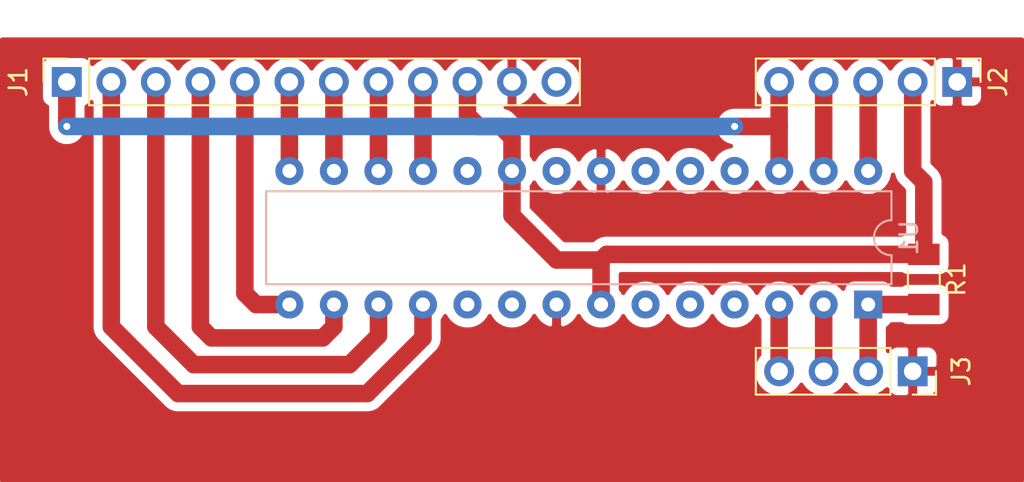
<source format=kicad_pcb>
(kicad_pcb (version 20171130) (host pcbnew "(5.0.0-rc2-dev-727-ga9dc41731)")

  (general
    (thickness 1.6)
    (drawings 0)
    (tracks 49)
    (zones 0)
    (modules 5)
    (nets 28)
  )

  (page A4)
  (layers
    (0 F.Cu signal)
    (31 B.Cu signal)
    (32 B.Adhes user)
    (33 F.Adhes user)
    (34 B.Paste user)
    (35 F.Paste user)
    (36 B.SilkS user)
    (37 F.SilkS user)
    (38 B.Mask user)
    (39 F.Mask user)
    (40 Dwgs.User user)
    (41 Cmts.User user)
    (42 Eco1.User user)
    (43 Eco2.User user)
    (44 Edge.Cuts user)
    (45 Margin user)
    (46 B.CrtYd user)
    (47 F.CrtYd user)
    (48 B.Fab user)
    (49 F.Fab user)
  )

  (setup
    (last_trace_width 1)
    (trace_clearance 0.2)
    (zone_clearance 0.508)
    (zone_45_only no)
    (trace_min 0.2)
    (segment_width 0.2)
    (edge_width 0.1)
    (via_size 0.8)
    (via_drill 0.4)
    (via_min_size 0.4)
    (via_min_drill 0.3)
    (uvia_size 0.3)
    (uvia_drill 0.1)
    (uvias_allowed no)
    (uvia_min_size 0.2)
    (uvia_min_drill 0.1)
    (pcb_text_width 0.3)
    (pcb_text_size 1.5 1.5)
    (mod_edge_width 0.15)
    (mod_text_size 1 1)
    (mod_text_width 0.15)
    (pad_size 1.5 1.5)
    (pad_drill 0.6)
    (pad_to_mask_clearance 0)
    (aux_axis_origin 0 0)
    (visible_elements 7FFFFFFF)
    (pcbplotparams
      (layerselection 0x010fc_ffffffff)
      (usegerberextensions false)
      (usegerberattributes false)
      (usegerberadvancedattributes false)
      (creategerberjobfile false)
      (excludeedgelayer true)
      (linewidth 0.150000)
      (plotframeref false)
      (viasonmask false)
      (mode 1)
      (useauxorigin false)
      (hpglpennumber 1)
      (hpglpenspeed 20)
      (hpglpendiameter 15)
      (psnegative false)
      (psa4output false)
      (plotreference true)
      (plotvalue true)
      (plotinvisibletext false)
      (padsonsilk false)
      (subtractmaskfromsilk false)
      (outputformat 1)
      (mirror false)
      (drillshape 1)
      (scaleselection 1)
      (outputdirectory ""))
  )

  (net 0 "")
  (net 1 3V3)
  (net 2 "Net-(J3-Pad2)")
  (net 3 dht_4)
  (net 4 "Net-(J3-Pad3)")
  (net 5 dht_5)
  (net 6 "Net-(J3-Pad4)")
  (net 7 dht_6)
  (net 8 "Net-(U1-Pad4)")
  (net 9 dht_7)
  (net 10 "Net-(U1-Pad5)")
  (net 11 "Net-(U1-Pad19)")
  (net 12 "Net-(U1-Pad6)")
  (net 13 "Net-(U1-Pad21)")
  (net 14 GND)
  (net 15 "Net-(U1-Pad9)")
  (net 16 "Net-(U1-Pad23)")
  (net 17 "Net-(U1-Pad10)")
  (net 18 "Net-(U1-Pad24)")
  (net 19 dht_0)
  (net 20 "Net-(U1-Pad25)")
  (net 21 dht_1)
  (net 22 1wire)
  (net 23 dht_2)
  (net 24 SDA)
  (net 25 dht_3)
  (net 26 SCL)
  (net 27 Vin)

  (net_class Default "To jest domyślna klasa połączeń."
    (clearance 0.2)
    (trace_width 1)
    (via_dia 0.8)
    (via_drill 0.4)
    (uvia_dia 0.3)
    (uvia_drill 0.1)
    (add_net 1wire)
    (add_net 3V3)
    (add_net GND)
    (add_net "Net-(J3-Pad2)")
    (add_net "Net-(J3-Pad3)")
    (add_net "Net-(J3-Pad4)")
    (add_net "Net-(U1-Pad10)")
    (add_net "Net-(U1-Pad19)")
    (add_net "Net-(U1-Pad21)")
    (add_net "Net-(U1-Pad23)")
    (add_net "Net-(U1-Pad24)")
    (add_net "Net-(U1-Pad25)")
    (add_net "Net-(U1-Pad4)")
    (add_net "Net-(U1-Pad5)")
    (add_net "Net-(U1-Pad6)")
    (add_net "Net-(U1-Pad9)")
    (add_net SCL)
    (add_net SDA)
    (add_net Vin)
    (add_net dht_0)
    (add_net dht_1)
    (add_net dht_2)
    (add_net dht_3)
    (add_net dht_4)
    (add_net dht_5)
    (add_net dht_6)
    (add_net dht_7)
  )

  (module Connector_PinHeader_2.54mm:PinHeader_1x05_P2.54mm_Vertical (layer F.Cu) (tedit 59FED5CC) (tstamp 5B16E7E9)
    (at 142.875 57.785 270)
    (descr "Through hole straight pin header, 1x05, 2.54mm pitch, single row")
    (tags "Through hole pin header THT 1x05 2.54mm single row")
    (path /5ADE7775)
    (fp_text reference J2 (at 0 -2.33 270) (layer F.SilkS)
      (effects (font (size 1 1) (thickness 0.15)))
    )
    (fp_text value Out (at 0 12.49 270) (layer F.Fab)
      (effects (font (size 1 1) (thickness 0.15)))
    )
    (fp_line (start -0.635 -1.27) (end 1.27 -1.27) (layer F.Fab) (width 0.1))
    (fp_line (start 1.27 -1.27) (end 1.27 11.43) (layer F.Fab) (width 0.1))
    (fp_line (start 1.27 11.43) (end -1.27 11.43) (layer F.Fab) (width 0.1))
    (fp_line (start -1.27 11.43) (end -1.27 -0.635) (layer F.Fab) (width 0.1))
    (fp_line (start -1.27 -0.635) (end -0.635 -1.27) (layer F.Fab) (width 0.1))
    (fp_line (start -1.33 11.49) (end 1.33 11.49) (layer F.SilkS) (width 0.12))
    (fp_line (start -1.33 1.27) (end -1.33 11.49) (layer F.SilkS) (width 0.12))
    (fp_line (start 1.33 1.27) (end 1.33 11.49) (layer F.SilkS) (width 0.12))
    (fp_line (start -1.33 1.27) (end 1.33 1.27) (layer F.SilkS) (width 0.12))
    (fp_line (start -1.33 0) (end -1.33 -1.33) (layer F.SilkS) (width 0.12))
    (fp_line (start -1.33 -1.33) (end 0 -1.33) (layer F.SilkS) (width 0.12))
    (fp_line (start -1.8 -1.8) (end -1.8 11.95) (layer F.CrtYd) (width 0.05))
    (fp_line (start -1.8 11.95) (end 1.8 11.95) (layer F.CrtYd) (width 0.05))
    (fp_line (start 1.8 11.95) (end 1.8 -1.8) (layer F.CrtYd) (width 0.05))
    (fp_line (start 1.8 -1.8) (end -1.8 -1.8) (layer F.CrtYd) (width 0.05))
    (fp_text user %R (at 0 5.08) (layer F.Fab)
      (effects (font (size 1 1) (thickness 0.15)))
    )
    (pad 1 thru_hole rect (at 0 0 270) (size 1.7 1.7) (drill 1) (layers *.Cu *.Mask)
      (net 14 GND))
    (pad 2 thru_hole oval (at 0 2.54 270) (size 1.7 1.7) (drill 1) (layers *.Cu *.Mask)
      (net 1 3V3))
    (pad 3 thru_hole oval (at 0 5.08 270) (size 1.7 1.7) (drill 1) (layers *.Cu *.Mask)
      (net 26 SCL))
    (pad 4 thru_hole oval (at 0 7.62 270) (size 1.7 1.7) (drill 1) (layers *.Cu *.Mask)
      (net 24 SDA))
    (pad 5 thru_hole oval (at 0 10.16 270) (size 1.7 1.7) (drill 1) (layers *.Cu *.Mask)
      (net 22 1wire))
    (model ${KISYS3DMOD}/Connector_PinHeader_2.54mm.3dshapes/PinHeader_1x05_P2.54mm_Vertical.wrl
      (at (xyz 0 0 0))
      (scale (xyz 1 1 1))
      (rotate (xyz 0 0 0))
    )
  )

  (module Connector_PinSocket_2.54mm:PinSocket_1x04_P2.54mm_Vertical (layer F.Cu) (tedit 5A19A429) (tstamp 5B16E7D0)
    (at 140.335 74.295 270)
    (descr "Through hole straight socket strip, 1x04, 2.54mm pitch, single row (from Kicad 4.0.7), script generated")
    (tags "Through hole socket strip THT 1x04 2.54mm single row")
    (path /5AF8872A)
    (fp_text reference J3 (at 0 -2.77 270) (layer F.SilkS)
      (effects (font (size 1 1) (thickness 0.15)))
    )
    (fp_text value Prog (at 0 10.39 270) (layer F.Fab)
      (effects (font (size 1 1) (thickness 0.15)))
    )
    (fp_line (start -1.27 -1.27) (end 0.635 -1.27) (layer F.Fab) (width 0.1))
    (fp_line (start 0.635 -1.27) (end 1.27 -0.635) (layer F.Fab) (width 0.1))
    (fp_line (start 1.27 -0.635) (end 1.27 8.89) (layer F.Fab) (width 0.1))
    (fp_line (start 1.27 8.89) (end -1.27 8.89) (layer F.Fab) (width 0.1))
    (fp_line (start -1.27 8.89) (end -1.27 -1.27) (layer F.Fab) (width 0.1))
    (fp_line (start -1.33 1.27) (end 1.33 1.27) (layer F.SilkS) (width 0.12))
    (fp_line (start -1.33 1.27) (end -1.33 8.95) (layer F.SilkS) (width 0.12))
    (fp_line (start -1.33 8.95) (end 1.33 8.95) (layer F.SilkS) (width 0.12))
    (fp_line (start 1.33 1.27) (end 1.33 8.95) (layer F.SilkS) (width 0.12))
    (fp_line (start 1.33 -1.33) (end 1.33 0) (layer F.SilkS) (width 0.12))
    (fp_line (start 0 -1.33) (end 1.33 -1.33) (layer F.SilkS) (width 0.12))
    (fp_line (start -1.8 -1.8) (end 1.75 -1.8) (layer F.CrtYd) (width 0.05))
    (fp_line (start 1.75 -1.8) (end 1.75 9.4) (layer F.CrtYd) (width 0.05))
    (fp_line (start 1.75 9.4) (end -1.8 9.4) (layer F.CrtYd) (width 0.05))
    (fp_line (start -1.8 9.4) (end -1.8 -1.8) (layer F.CrtYd) (width 0.05))
    (fp_text user %R (at 0 3.81) (layer F.Fab)
      (effects (font (size 1 1) (thickness 0.15)))
    )
    (pad 1 thru_hole rect (at 0 0 270) (size 1.7 1.7) (drill 1) (layers *.Cu *.Mask)
      (net 14 GND))
    (pad 2 thru_hole oval (at 0 2.54 270) (size 1.7 1.7) (drill 1) (layers *.Cu *.Mask)
      (net 2 "Net-(J3-Pad2)"))
    (pad 3 thru_hole oval (at 0 5.08 270) (size 1.7 1.7) (drill 1) (layers *.Cu *.Mask)
      (net 4 "Net-(J3-Pad3)"))
    (pad 4 thru_hole oval (at 0 7.62 270) (size 1.7 1.7) (drill 1) (layers *.Cu *.Mask)
      (net 6 "Net-(J3-Pad4)"))
    (model ${KISYS3DMOD}/Connector_PinSocket_2.54mm.3dshapes/PinSocket_1x04_P2.54mm_Vertical.wrl
      (at (xyz 0 0 0))
      (scale (xyz 1 1 1))
      (rotate (xyz 0 0 0))
    )
  )

  (module Connector_PinSocket_2.54mm:PinSocket_1x12_P2.54mm_Vertical (layer F.Cu) (tedit 5A19A41D) (tstamp 5B16E7B8)
    (at 92.075 57.785 90)
    (descr "Through hole straight socket strip, 1x12, 2.54mm pitch, single row (from Kicad 4.0.7), script generated")
    (tags "Through hole socket strip THT 1x12 2.54mm single row")
    (path /5B0AE8BD)
    (fp_text reference J1 (at 0 -2.77 90) (layer F.SilkS)
      (effects (font (size 1 1) (thickness 0.15)))
    )
    (fp_text value Conn_01x12 (at 0 30.71 90) (layer F.Fab)
      (effects (font (size 1 1) (thickness 0.15)))
    )
    (fp_line (start -1.27 -1.27) (end 0.635 -1.27) (layer F.Fab) (width 0.1))
    (fp_line (start 0.635 -1.27) (end 1.27 -0.635) (layer F.Fab) (width 0.1))
    (fp_line (start 1.27 -0.635) (end 1.27 29.21) (layer F.Fab) (width 0.1))
    (fp_line (start 1.27 29.21) (end -1.27 29.21) (layer F.Fab) (width 0.1))
    (fp_line (start -1.27 29.21) (end -1.27 -1.27) (layer F.Fab) (width 0.1))
    (fp_line (start -1.33 1.27) (end 1.33 1.27) (layer F.SilkS) (width 0.12))
    (fp_line (start -1.33 1.27) (end -1.33 29.27) (layer F.SilkS) (width 0.12))
    (fp_line (start -1.33 29.27) (end 1.33 29.27) (layer F.SilkS) (width 0.12))
    (fp_line (start 1.33 1.27) (end 1.33 29.27) (layer F.SilkS) (width 0.12))
    (fp_line (start 1.33 -1.33) (end 1.33 0) (layer F.SilkS) (width 0.12))
    (fp_line (start 0 -1.33) (end 1.33 -1.33) (layer F.SilkS) (width 0.12))
    (fp_line (start -1.8 -1.8) (end 1.75 -1.8) (layer F.CrtYd) (width 0.05))
    (fp_line (start 1.75 -1.8) (end 1.75 29.7) (layer F.CrtYd) (width 0.05))
    (fp_line (start 1.75 29.7) (end -1.8 29.7) (layer F.CrtYd) (width 0.05))
    (fp_line (start -1.8 29.7) (end -1.8 -1.8) (layer F.CrtYd) (width 0.05))
    (fp_text user %R (at 0 13.97 180) (layer F.Fab)
      (effects (font (size 1 1) (thickness 0.15)))
    )
    (pad 1 thru_hole rect (at 0 0 90) (size 1.7 1.7) (drill 1) (layers *.Cu *.Mask)
      (net 22 1wire))
    (pad 2 thru_hole oval (at 0 2.54 90) (size 1.7 1.7) (drill 1) (layers *.Cu *.Mask)
      (net 19 dht_0))
    (pad 3 thru_hole oval (at 0 5.08 90) (size 1.7 1.7) (drill 1) (layers *.Cu *.Mask)
      (net 21 dht_1))
    (pad 4 thru_hole oval (at 0 7.62 90) (size 1.7 1.7) (drill 1) (layers *.Cu *.Mask)
      (net 23 dht_2))
    (pad 5 thru_hole oval (at 0 10.16 90) (size 1.7 1.7) (drill 1) (layers *.Cu *.Mask)
      (net 25 dht_3))
    (pad 6 thru_hole oval (at 0 12.7 90) (size 1.7 1.7) (drill 1) (layers *.Cu *.Mask)
      (net 3 dht_4))
    (pad 7 thru_hole oval (at 0 15.24 90) (size 1.7 1.7) (drill 1) (layers *.Cu *.Mask)
      (net 5 dht_5))
    (pad 8 thru_hole oval (at 0 17.78 90) (size 1.7 1.7) (drill 1) (layers *.Cu *.Mask)
      (net 7 dht_6))
    (pad 9 thru_hole oval (at 0 20.32 90) (size 1.7 1.7) (drill 1) (layers *.Cu *.Mask)
      (net 9 dht_7))
    (pad 10 thru_hole oval (at 0 22.86 90) (size 1.7 1.7) (drill 1) (layers *.Cu *.Mask)
      (net 1 3V3))
    (pad 11 thru_hole oval (at 0 25.4 90) (size 1.7 1.7) (drill 1) (layers *.Cu *.Mask)
      (net 14 GND))
    (pad 12 thru_hole oval (at 0 27.94 90) (size 1.7 1.7) (drill 1) (layers *.Cu *.Mask)
      (net 27 Vin))
    (model ${KISYS3DMOD}/Connector_PinSocket_2.54mm.3dshapes/PinSocket_1x12_P2.54mm_Vertical.wrl
      (at (xyz 0 0 0))
      (scale (xyz 1 1 1))
      (rotate (xyz 0 0 0))
    )
  )

  (module Package_DIP:DIP-28_W7.62mm (layer B.Cu) (tedit 5A02E8C5) (tstamp 5B16E798)
    (at 137.795 70.485 90)
    (descr "28-lead though-hole mounted DIP package, row spacing 7.62 mm (300 mils)")
    (tags "THT DIP DIL PDIP 2.54mm 7.62mm 300mil")
    (path /5AF6068E)
    (fp_text reference U1 (at 3.81 2.33 90) (layer B.SilkS)
      (effects (font (size 1 1) (thickness 0.15)) (justify mirror))
    )
    (fp_text value ATmega328-PU (at 3.81 -35.35 90) (layer B.Fab)
      (effects (font (size 1 1) (thickness 0.15)) (justify mirror))
    )
    (fp_arc (start 3.81 1.33) (end 2.81 1.33) (angle 180) (layer B.SilkS) (width 0.12))
    (fp_line (start 1.635 1.27) (end 6.985 1.27) (layer B.Fab) (width 0.1))
    (fp_line (start 6.985 1.27) (end 6.985 -34.29) (layer B.Fab) (width 0.1))
    (fp_line (start 6.985 -34.29) (end 0.635 -34.29) (layer B.Fab) (width 0.1))
    (fp_line (start 0.635 -34.29) (end 0.635 0.27) (layer B.Fab) (width 0.1))
    (fp_line (start 0.635 0.27) (end 1.635 1.27) (layer B.Fab) (width 0.1))
    (fp_line (start 2.81 1.33) (end 1.16 1.33) (layer B.SilkS) (width 0.12))
    (fp_line (start 1.16 1.33) (end 1.16 -34.35) (layer B.SilkS) (width 0.12))
    (fp_line (start 1.16 -34.35) (end 6.46 -34.35) (layer B.SilkS) (width 0.12))
    (fp_line (start 6.46 -34.35) (end 6.46 1.33) (layer B.SilkS) (width 0.12))
    (fp_line (start 6.46 1.33) (end 4.81 1.33) (layer B.SilkS) (width 0.12))
    (fp_line (start -1.1 1.55) (end -1.1 -34.55) (layer B.CrtYd) (width 0.05))
    (fp_line (start -1.1 -34.55) (end 8.7 -34.55) (layer B.CrtYd) (width 0.05))
    (fp_line (start 8.7 -34.55) (end 8.7 1.55) (layer B.CrtYd) (width 0.05))
    (fp_line (start 8.7 1.55) (end -1.1 1.55) (layer B.CrtYd) (width 0.05))
    (fp_text user %R (at 3.81 -16.51 90) (layer B.Fab)
      (effects (font (size 1 1) (thickness 0.15)) (justify mirror))
    )
    (pad 1 thru_hole rect (at 0 0 90) (size 1.6 1.6) (drill 0.8) (layers *.Cu *.Mask)
      (net 2 "Net-(J3-Pad2)"))
    (pad 15 thru_hole oval (at 7.62 -33.02 90) (size 1.6 1.6) (drill 0.8) (layers *.Cu *.Mask)
      (net 3 dht_4))
    (pad 2 thru_hole oval (at 0 -2.54 90) (size 1.6 1.6) (drill 0.8) (layers *.Cu *.Mask)
      (net 4 "Net-(J3-Pad3)"))
    (pad 16 thru_hole oval (at 7.62 -30.48 90) (size 1.6 1.6) (drill 0.8) (layers *.Cu *.Mask)
      (net 5 dht_5))
    (pad 3 thru_hole oval (at 0 -5.08 90) (size 1.6 1.6) (drill 0.8) (layers *.Cu *.Mask)
      (net 6 "Net-(J3-Pad4)"))
    (pad 17 thru_hole oval (at 7.62 -27.94 90) (size 1.6 1.6) (drill 0.8) (layers *.Cu *.Mask)
      (net 7 dht_6))
    (pad 4 thru_hole oval (at 0 -7.62 90) (size 1.6 1.6) (drill 0.8) (layers *.Cu *.Mask)
      (net 8 "Net-(U1-Pad4)"))
    (pad 18 thru_hole oval (at 7.62 -25.4 90) (size 1.6 1.6) (drill 0.8) (layers *.Cu *.Mask)
      (net 9 dht_7))
    (pad 5 thru_hole oval (at 0 -10.16 90) (size 1.6 1.6) (drill 0.8) (layers *.Cu *.Mask)
      (net 10 "Net-(U1-Pad5)"))
    (pad 19 thru_hole oval (at 7.62 -22.86 90) (size 1.6 1.6) (drill 0.8) (layers *.Cu *.Mask)
      (net 11 "Net-(U1-Pad19)"))
    (pad 6 thru_hole oval (at 0 -12.7 90) (size 1.6 1.6) (drill 0.8) (layers *.Cu *.Mask)
      (net 12 "Net-(U1-Pad6)"))
    (pad 20 thru_hole oval (at 7.62 -20.32 90) (size 1.6 1.6) (drill 0.8) (layers *.Cu *.Mask)
      (net 1 3V3))
    (pad 7 thru_hole oval (at 0 -15.24 90) (size 1.6 1.6) (drill 0.8) (layers *.Cu *.Mask)
      (net 1 3V3))
    (pad 21 thru_hole oval (at 7.62 -17.78 90) (size 1.6 1.6) (drill 0.8) (layers *.Cu *.Mask)
      (net 13 "Net-(U1-Pad21)"))
    (pad 8 thru_hole oval (at 0 -17.78 90) (size 1.6 1.6) (drill 0.8) (layers *.Cu *.Mask)
      (net 14 GND))
    (pad 22 thru_hole oval (at 7.62 -15.24 90) (size 1.6 1.6) (drill 0.8) (layers *.Cu *.Mask)
      (net 14 GND))
    (pad 9 thru_hole oval (at 0 -20.32 90) (size 1.6 1.6) (drill 0.8) (layers *.Cu *.Mask)
      (net 15 "Net-(U1-Pad9)"))
    (pad 23 thru_hole oval (at 7.62 -12.7 90) (size 1.6 1.6) (drill 0.8) (layers *.Cu *.Mask)
      (net 16 "Net-(U1-Pad23)"))
    (pad 10 thru_hole oval (at 0 -22.86 90) (size 1.6 1.6) (drill 0.8) (layers *.Cu *.Mask)
      (net 17 "Net-(U1-Pad10)"))
    (pad 24 thru_hole oval (at 7.62 -10.16 90) (size 1.6 1.6) (drill 0.8) (layers *.Cu *.Mask)
      (net 18 "Net-(U1-Pad24)"))
    (pad 11 thru_hole oval (at 0 -25.4 90) (size 1.6 1.6) (drill 0.8) (layers *.Cu *.Mask)
      (net 19 dht_0))
    (pad 25 thru_hole oval (at 7.62 -7.62 90) (size 1.6 1.6) (drill 0.8) (layers *.Cu *.Mask)
      (net 20 "Net-(U1-Pad25)"))
    (pad 12 thru_hole oval (at 0 -27.94 90) (size 1.6 1.6) (drill 0.8) (layers *.Cu *.Mask)
      (net 21 dht_1))
    (pad 26 thru_hole oval (at 7.62 -5.08 90) (size 1.6 1.6) (drill 0.8) (layers *.Cu *.Mask)
      (net 22 1wire))
    (pad 13 thru_hole oval (at 0 -30.48 90) (size 1.6 1.6) (drill 0.8) (layers *.Cu *.Mask)
      (net 23 dht_2))
    (pad 27 thru_hole oval (at 7.62 -2.54 90) (size 1.6 1.6) (drill 0.8) (layers *.Cu *.Mask)
      (net 24 SDA))
    (pad 14 thru_hole oval (at 0 -33.02 90) (size 1.6 1.6) (drill 0.8) (layers *.Cu *.Mask)
      (net 25 dht_3))
    (pad 28 thru_hole oval (at 7.62 0 90) (size 1.6 1.6) (drill 0.8) (layers *.Cu *.Mask)
      (net 26 SCL))
    (model ${KISYS3DMOD}/Package_DIP.3dshapes/DIP-28_W7.62mm.wrl
      (at (xyz 0 0 0))
      (scale (xyz 1 1 1))
      (rotate (xyz 0 0 0))
    )
  )

  (module Resistor_SMD:R_1206_3216Metric (layer F.Cu) (tedit 5AC5DB74) (tstamp 5B16E768)
    (at 140.97 69.055 270)
    (descr "Resistor SMD 1206 (3216 Metric), square (rectangular) end terminal, IPC_7351 nominal, (Body size source: http://www.tortai-tech.com/upload/download/2011102023233369053.pdf), generated with kicad-footprint-generator")
    (tags resistor)
    (path /5AFC7D0E)
    (attr smd)
    (fp_text reference R1 (at 0 -1.85 270) (layer F.SilkS)
      (effects (font (size 1 1) (thickness 0.15)))
    )
    (fp_text value 10k (at 0 1.85 270) (layer F.Fab)
      (effects (font (size 1 1) (thickness 0.15)))
    )
    (fp_line (start -1.6 0.8) (end -1.6 -0.8) (layer F.Fab) (width 0.1))
    (fp_line (start -1.6 -0.8) (end 1.6 -0.8) (layer F.Fab) (width 0.1))
    (fp_line (start 1.6 -0.8) (end 1.6 0.8) (layer F.Fab) (width 0.1))
    (fp_line (start 1.6 0.8) (end -1.6 0.8) (layer F.Fab) (width 0.1))
    (fp_line (start -0.5 -0.91) (end 0.5 -0.91) (layer F.SilkS) (width 0.12))
    (fp_line (start -0.5 0.91) (end 0.5 0.91) (layer F.SilkS) (width 0.12))
    (fp_line (start -2.29 1.15) (end -2.29 -1.15) (layer F.CrtYd) (width 0.05))
    (fp_line (start -2.29 -1.15) (end 2.29 -1.15) (layer F.CrtYd) (width 0.05))
    (fp_line (start 2.29 -1.15) (end 2.29 1.15) (layer F.CrtYd) (width 0.05))
    (fp_line (start 2.29 1.15) (end -2.29 1.15) (layer F.CrtYd) (width 0.05))
    (fp_text user %R (at 0 0 270) (layer F.Fab)
      (effects (font (size 0.8 0.8) (thickness 0.12)))
    )
    (pad 1 smd rect (at -1.43 0 270) (size 1.22 1.8) (layers F.Cu F.Paste F.Mask)
      (net 1 3V3))
    (pad 2 smd rect (at 1.43 0 270) (size 1.22 1.8) (layers F.Cu F.Paste F.Mask)
      (net 2 "Net-(J3-Pad2)"))
    (model ${KISYS3DMOD}/Resistor_SMD.3dshapes/R_1206_3216Metric.wrl
      (at (xyz 0 0 0))
      (scale (xyz 1 1 1))
      (rotate (xyz 0 0 0))
    )
  )

  (segment (start 114.935 57.785) (end 114.935 59.69) (width 1) (layer F.Cu) (net 1))
  (segment (start 114.935 59.69) (end 115.57 60.325) (width 1) (layer F.Cu) (net 1))
  (segment (start 115.57 60.325) (end 116.84 60.325) (width 1) (layer F.Cu) (net 1))
  (segment (start 117.475 60.96) (end 117.475 62.865) (width 1) (layer F.Cu) (net 1))
  (segment (start 116.84 60.325) (end 117.475 60.96) (width 1) (layer F.Cu) (net 1))
  (segment (start 140.335 57.785) (end 140.335 62.865) (width 1) (layer F.Cu) (net 1))
  (segment (start 140.97 63.5) (end 140.97 67.625) (width 1) (layer F.Cu) (net 1))
  (segment (start 140.335 62.865) (end 140.97 63.5) (width 1) (layer F.Cu) (net 1))
  (segment (start 122.555 70.485) (end 122.555 67.945) (width 1) (layer F.Cu) (net 1))
  (segment (start 122.875 67.625) (end 140.97 67.625) (width 1) (layer F.Cu) (net 1))
  (segment (start 122.555 67.945) (end 122.875 67.625) (width 1) (layer F.Cu) (net 1))
  (segment (start 120.015 67.945) (end 122.555 67.945) (width 1) (layer F.Cu) (net 1))
  (segment (start 117.475 62.865) (end 117.475 65.405) (width 1) (layer F.Cu) (net 1))
  (segment (start 117.475 65.405) (end 120.015 67.945) (width 1) (layer F.Cu) (net 1))
  (segment (start 137.795 74.295) (end 137.795 70.485) (width 1) (layer F.Cu) (net 2))
  (segment (start 140.97 70.485) (end 137.795 70.485) (width 1) (layer F.Cu) (net 2))
  (segment (start 104.775 57.785) (end 104.775 62.865) (width 1) (layer F.Cu) (net 3))
  (segment (start 135.255 70.485) (end 135.255 74.295) (width 1) (layer F.Cu) (net 4))
  (segment (start 107.315 57.785) (end 107.315 62.865) (width 1) (layer F.Cu) (net 5))
  (segment (start 132.715 70.485) (end 132.715 74.295) (width 1) (layer F.Cu) (net 6))
  (segment (start 109.855 57.785) (end 109.855 62.865) (width 1) (layer F.Cu) (net 7))
  (segment (start 112.395 57.785) (end 112.395 62.865) (width 1) (layer F.Cu) (net 9))
  (segment (start 112.395 70.485) (end 112.395 72.39) (width 1) (layer F.Cu) (net 19))
  (segment (start 112.395 72.39) (end 109.22 75.565) (width 1) (layer F.Cu) (net 19))
  (segment (start 109.22 75.565) (end 98.425 75.565) (width 1) (layer F.Cu) (net 19))
  (segment (start 94.615 71.755) (end 94.615 57.785) (width 1) (layer F.Cu) (net 19))
  (segment (start 98.425 75.565) (end 94.615 71.755) (width 1) (layer F.Cu) (net 19))
  (segment (start 97.155 57.785) (end 97.155 71.755) (width 1) (layer F.Cu) (net 21))
  (segment (start 97.155 71.755) (end 99.314 73.914) (width 1) (layer F.Cu) (net 21))
  (segment (start 99.314 73.914) (end 108.204 73.914) (width 1) (layer F.Cu) (net 21))
  (segment (start 109.855 72.263) (end 109.855 70.485) (width 1) (layer F.Cu) (net 21))
  (segment (start 108.204 73.914) (end 109.855 72.263) (width 1) (layer F.Cu) (net 21))
  (via (at 92.075 60.325) (size 0.8) (drill 0.4) (layers F.Cu B.Cu) (net 22))
  (segment (start 92.075 57.785) (end 92.075 60.325) (width 1) (layer F.Cu) (net 22))
  (via (at 130.175 60.325) (size 0.8) (drill 0.4) (layers F.Cu B.Cu) (net 22))
  (segment (start 92.075 60.325) (end 130.175 60.325) (width 1) (layer B.Cu) (net 22))
  (segment (start 130.175 60.325) (end 132.715 60.325) (width 1) (layer F.Cu) (net 22))
  (segment (start 132.715 57.785) (end 132.715 60.325) (width 1) (layer F.Cu) (net 22))
  (segment (start 132.715 60.325) (end 132.715 62.865) (width 1) (layer F.Cu) (net 22))
  (segment (start 107.315 70.485) (end 107.315 71.755) (width 1) (layer F.Cu) (net 23))
  (segment (start 107.315 71.755) (end 106.68 72.39) (width 1) (layer F.Cu) (net 23))
  (segment (start 106.68 72.39) (end 100.33 72.39) (width 1) (layer F.Cu) (net 23))
  (segment (start 99.695 71.755) (end 99.695 57.785) (width 1) (layer F.Cu) (net 23))
  (segment (start 100.33 72.39) (end 99.695 71.755) (width 1) (layer F.Cu) (net 23))
  (segment (start 135.255 57.785) (end 135.255 62.865) (width 1) (layer F.Cu) (net 24))
  (segment (start 102.235 57.785) (end 102.235 69.85) (width 1) (layer F.Cu) (net 25))
  (segment (start 102.235 69.85) (end 102.87 70.485) (width 1) (layer F.Cu) (net 25))
  (segment (start 102.87 70.485) (end 104.775 70.485) (width 1) (layer F.Cu) (net 25))
  (segment (start 137.795 57.785) (end 137.795 62.865) (width 1) (layer F.Cu) (net 26))

  (zone (net 14) (net_name GND) (layer F.Cu) (tstamp 0) (hatch edge 0.508)
    (connect_pads (clearance 0.508))
    (min_thickness 0.254)
    (fill yes (mode segment) (arc_segments 32) (thermal_gap 0.508) (thermal_bridge_width 0.508))
    (polygon
      (pts
        (xy 88.265 55.245) (xy 146.685 55.245) (xy 146.685 80.645) (xy 88.265 80.645)
      )
    )
    (filled_polygon
      (pts
        (xy 146.558 80.518) (xy 88.392 80.518) (xy 88.392 56.935) (xy 90.586928 56.935) (xy 90.586928 58.635)
        (xy 90.599188 58.759482) (xy 90.635498 58.87918) (xy 90.694463 58.989494) (xy 90.773815 59.086185) (xy 90.870506 59.165537)
        (xy 90.940001 59.202683) (xy 90.940001 60.380752) (xy 90.956424 60.547499) (xy 91.021325 60.761447) (xy 91.126717 60.958623)
        (xy 91.268552 61.131449) (xy 91.441378 61.273284) (xy 91.638554 61.378676) (xy 91.852502 61.443577) (xy 92.075 61.465491)
        (xy 92.297499 61.443577) (xy 92.511447 61.378676) (xy 92.708623 61.273284) (xy 92.881449 61.131449) (xy 93.023284 60.958623)
        (xy 93.128676 60.761447) (xy 93.193577 60.547499) (xy 93.21 60.380752) (xy 93.21 59.202683) (xy 93.279494 59.165537)
        (xy 93.376185 59.086185) (xy 93.455537 58.989494) (xy 93.480001 58.943726) (xy 93.48 71.699249) (xy 93.474509 71.755)
        (xy 93.48 71.810751) (xy 93.496423 71.977498) (xy 93.561324 72.191446) (xy 93.666716 72.388623) (xy 93.808551 72.561449)
        (xy 93.851865 72.596996) (xy 97.583013 76.328146) (xy 97.618551 76.371449) (xy 97.661854 76.406987) (xy 97.661856 76.406989)
        (xy 97.791377 76.513284) (xy 97.988553 76.618676) (xy 98.202501 76.683577) (xy 98.425 76.705491) (xy 98.480752 76.7)
        (xy 109.164249 76.7) (xy 109.22 76.705491) (xy 109.275751 76.7) (xy 109.275752 76.7) (xy 109.442499 76.683577)
        (xy 109.656447 76.618676) (xy 109.853623 76.513284) (xy 110.026449 76.371449) (xy 110.061996 76.328135) (xy 113.158143 73.231989)
        (xy 113.201449 73.196449) (xy 113.343284 73.023623) (xy 113.448676 72.826447) (xy 113.513577 72.612499) (xy 113.53 72.445752)
        (xy 113.535491 72.390001) (xy 113.53 72.334249) (xy 113.53 71.364002) (xy 113.593932 71.286101) (xy 113.665 71.153142)
        (xy 113.736068 71.286101) (xy 113.915392 71.504608) (xy 114.133899 71.683932) (xy 114.383192 71.817182) (xy 114.653691 71.899236)
        (xy 114.864508 71.92) (xy 115.005492 71.92) (xy 115.216309 71.899236) (xy 115.486808 71.817182) (xy 115.736101 71.683932)
        (xy 115.954608 71.504608) (xy 116.133932 71.286101) (xy 116.205 71.153142) (xy 116.276068 71.286101) (xy 116.455392 71.504608)
        (xy 116.673899 71.683932) (xy 116.923192 71.817182) (xy 117.193691 71.899236) (xy 117.404508 71.92) (xy 117.545492 71.92)
        (xy 117.756309 71.899236) (xy 118.026808 71.817182) (xy 118.276101 71.683932) (xy 118.494608 71.504608) (xy 118.673932 71.286101)
        (xy 118.747579 71.148318) (xy 118.862615 71.340131) (xy 119.051586 71.548519) (xy 119.27758 71.716037) (xy 119.531913 71.836246)
        (xy 119.665961 71.876904) (xy 119.888 71.754915) (xy 119.888 70.612) (xy 119.868 70.612) (xy 119.868 70.358)
        (xy 119.888 70.358) (xy 119.888 70.338) (xy 120.142 70.338) (xy 120.142 70.358) (xy 120.162 70.358)
        (xy 120.162 70.612) (xy 120.142 70.612) (xy 120.142 71.754915) (xy 120.364039 71.876904) (xy 120.498087 71.836246)
        (xy 120.75242 71.716037) (xy 120.978414 71.548519) (xy 121.167385 71.340131) (xy 121.282421 71.148318) (xy 121.356068 71.286101)
        (xy 121.535392 71.504608) (xy 121.753899 71.683932) (xy 122.003192 71.817182) (xy 122.273691 71.899236) (xy 122.484508 71.92)
        (xy 122.625492 71.92) (xy 122.836309 71.899236) (xy 123.106808 71.817182) (xy 123.356101 71.683932) (xy 123.574608 71.504608)
        (xy 123.753932 71.286101) (xy 123.825 71.153142) (xy 123.896068 71.286101) (xy 124.075392 71.504608) (xy 124.293899 71.683932)
        (xy 124.543192 71.817182) (xy 124.813691 71.899236) (xy 125.024508 71.92) (xy 125.165492 71.92) (xy 125.376309 71.899236)
        (xy 125.646808 71.817182) (xy 125.896101 71.683932) (xy 126.114608 71.504608) (xy 126.293932 71.286101) (xy 126.365 71.153142)
        (xy 126.436068 71.286101) (xy 126.615392 71.504608) (xy 126.833899 71.683932) (xy 127.083192 71.817182) (xy 127.353691 71.899236)
        (xy 127.564508 71.92) (xy 127.705492 71.92) (xy 127.916309 71.899236) (xy 128.186808 71.817182) (xy 128.436101 71.683932)
        (xy 128.654608 71.504608) (xy 128.833932 71.286101) (xy 128.905 71.153142) (xy 128.976068 71.286101) (xy 129.155392 71.504608)
        (xy 129.373899 71.683932) (xy 129.623192 71.817182) (xy 129.893691 71.899236) (xy 130.104508 71.92) (xy 130.245492 71.92)
        (xy 130.456309 71.899236) (xy 130.726808 71.817182) (xy 130.976101 71.683932) (xy 131.194608 71.504608) (xy 131.373932 71.286101)
        (xy 131.445 71.153142) (xy 131.516068 71.286101) (xy 131.58 71.364003) (xy 131.580001 73.337182) (xy 131.474294 73.465986)
        (xy 131.336401 73.723966) (xy 131.251487 74.003889) (xy 131.222815 74.295) (xy 131.251487 74.586111) (xy 131.336401 74.866034)
        (xy 131.474294 75.124014) (xy 131.659866 75.350134) (xy 131.885986 75.535706) (xy 132.143966 75.673599) (xy 132.423889 75.758513)
        (xy 132.64205 75.78) (xy 132.78795 75.78) (xy 133.006111 75.758513) (xy 133.286034 75.673599) (xy 133.544014 75.535706)
        (xy 133.770134 75.350134) (xy 133.955706 75.124014) (xy 133.985 75.069209) (xy 134.014294 75.124014) (xy 134.199866 75.350134)
        (xy 134.425986 75.535706) (xy 134.683966 75.673599) (xy 134.963889 75.758513) (xy 135.18205 75.78) (xy 135.32795 75.78)
        (xy 135.546111 75.758513) (xy 135.826034 75.673599) (xy 136.084014 75.535706) (xy 136.310134 75.350134) (xy 136.495706 75.124014)
        (xy 136.525 75.069209) (xy 136.554294 75.124014) (xy 136.739866 75.350134) (xy 136.965986 75.535706) (xy 137.223966 75.673599)
        (xy 137.503889 75.758513) (xy 137.72205 75.78) (xy 137.86795 75.78) (xy 138.086111 75.758513) (xy 138.366034 75.673599)
        (xy 138.624014 75.535706) (xy 138.850134 75.350134) (xy 138.872856 75.322447) (xy 138.874403 75.330223) (xy 138.92227 75.445785)
        (xy 138.991763 75.549789) (xy 139.080211 75.638237) (xy 139.184215 75.70773) (xy 139.299777 75.755597) (xy 139.422458 75.78)
        (xy 140.04925 75.78) (xy 140.208 75.62125) (xy 140.208 74.422) (xy 140.462 74.422) (xy 140.462 75.62125)
        (xy 140.62075 75.78) (xy 141.247542 75.78) (xy 141.370223 75.755597) (xy 141.485785 75.70773) (xy 141.589789 75.638237)
        (xy 141.678237 75.549789) (xy 141.74773 75.445785) (xy 141.795597 75.330223) (xy 141.82 75.207542) (xy 141.82 74.58075)
        (xy 141.66125 74.422) (xy 140.462 74.422) (xy 140.208 74.422) (xy 140.188 74.422) (xy 140.188 74.168)
        (xy 140.208 74.168) (xy 140.208 72.96875) (xy 140.462 72.96875) (xy 140.462 74.168) (xy 141.66125 74.168)
        (xy 141.82 74.00925) (xy 141.82 73.382458) (xy 141.795597 73.259777) (xy 141.74773 73.144215) (xy 141.678237 73.040211)
        (xy 141.589789 72.951763) (xy 141.485785 72.88227) (xy 141.370223 72.834403) (xy 141.247542 72.81) (xy 140.62075 72.81)
        (xy 140.462 72.96875) (xy 140.208 72.96875) (xy 140.04925 72.81) (xy 139.422458 72.81) (xy 139.299777 72.834403)
        (xy 139.184215 72.88227) (xy 139.080211 72.951763) (xy 138.991763 73.040211) (xy 138.93 73.132646) (xy 138.93 71.825957)
        (xy 138.949494 71.815537) (xy 139.046185 71.736185) (xy 139.125537 71.639494) (xy 139.135957 71.62) (xy 139.708759 71.62)
        (xy 139.715506 71.625537) (xy 139.82582 71.684502) (xy 139.945518 71.720812) (xy 140.07 71.733072) (xy 141.87 71.733072)
        (xy 141.994482 71.720812) (xy 142.11418 71.684502) (xy 142.224494 71.625537) (xy 142.321185 71.546185) (xy 142.400537 71.449494)
        (xy 142.459502 71.33918) (xy 142.495812 71.219482) (xy 142.508072 71.095) (xy 142.508072 69.875) (xy 142.495812 69.750518)
        (xy 142.459502 69.63082) (xy 142.400537 69.520506) (xy 142.321185 69.423815) (xy 142.224494 69.344463) (xy 142.11418 69.285498)
        (xy 141.994482 69.249188) (xy 141.87 69.236928) (xy 140.07 69.236928) (xy 139.945518 69.249188) (xy 139.82582 69.285498)
        (xy 139.715506 69.344463) (xy 139.708759 69.35) (xy 139.135957 69.35) (xy 139.125537 69.330506) (xy 139.046185 69.233815)
        (xy 138.949494 69.154463) (xy 138.83918 69.095498) (xy 138.719482 69.059188) (xy 138.595 69.046928) (xy 136.995 69.046928)
        (xy 136.870518 69.059188) (xy 136.75082 69.095498) (xy 136.640506 69.154463) (xy 136.543815 69.233815) (xy 136.464463 69.330506)
        (xy 136.405498 69.44082) (xy 136.369188 69.560518) (xy 136.367419 69.578482) (xy 136.274608 69.465392) (xy 136.056101 69.286068)
        (xy 135.806808 69.152818) (xy 135.536309 69.070764) (xy 135.325492 69.05) (xy 135.184508 69.05) (xy 134.973691 69.070764)
        (xy 134.703192 69.152818) (xy 134.453899 69.286068) (xy 134.235392 69.465392) (xy 134.056068 69.683899) (xy 133.985 69.816858)
        (xy 133.913932 69.683899) (xy 133.734608 69.465392) (xy 133.516101 69.286068) (xy 133.266808 69.152818) (xy 132.996309 69.070764)
        (xy 132.785492 69.05) (xy 132.644508 69.05) (xy 132.433691 69.070764) (xy 132.163192 69.152818) (xy 131.913899 69.286068)
        (xy 131.695392 69.465392) (xy 131.516068 69.683899) (xy 131.445 69.816858) (xy 131.373932 69.683899) (xy 131.194608 69.465392)
        (xy 130.976101 69.286068) (xy 130.726808 69.152818) (xy 130.456309 69.070764) (xy 130.245492 69.05) (xy 130.104508 69.05)
        (xy 129.893691 69.070764) (xy 129.623192 69.152818) (xy 129.373899 69.286068) (xy 129.155392 69.465392) (xy 128.976068 69.683899)
        (xy 128.905 69.816858) (xy 128.833932 69.683899) (xy 128.654608 69.465392) (xy 128.436101 69.286068) (xy 128.186808 69.152818)
        (xy 127.916309 69.070764) (xy 127.705492 69.05) (xy 127.564508 69.05) (xy 127.353691 69.070764) (xy 127.083192 69.152818)
        (xy 126.833899 69.286068) (xy 126.615392 69.465392) (xy 126.436068 69.683899) (xy 126.365 69.816858) (xy 126.293932 69.683899)
        (xy 126.114608 69.465392) (xy 125.896101 69.286068) (xy 125.646808 69.152818) (xy 125.376309 69.070764) (xy 125.165492 69.05)
        (xy 125.024508 69.05) (xy 124.813691 69.070764) (xy 124.543192 69.152818) (xy 124.293899 69.286068) (xy 124.075392 69.465392)
        (xy 123.896068 69.683899) (xy 123.825 69.816858) (xy 123.753932 69.683899) (xy 123.69 69.605998) (xy 123.69 68.76)
        (xy 139.708759 68.76) (xy 139.715506 68.765537) (xy 139.82582 68.824502) (xy 139.945518 68.860812) (xy 140.07 68.873072)
        (xy 141.87 68.873072) (xy 141.994482 68.860812) (xy 142.11418 68.824502) (xy 142.224494 68.765537) (xy 142.321185 68.686185)
        (xy 142.400537 68.589494) (xy 142.459502 68.47918) (xy 142.495812 68.359482) (xy 142.508072 68.235) (xy 142.508072 67.015)
        (xy 142.495812 66.890518) (xy 142.459502 66.77082) (xy 142.400537 66.660506) (xy 142.321185 66.563815) (xy 142.224494 66.484463)
        (xy 142.11418 66.425498) (xy 142.105 66.422713) (xy 142.105 63.555752) (xy 142.110491 63.5) (xy 142.088577 63.277501)
        (xy 142.023676 63.063553) (xy 141.918284 62.866377) (xy 141.811989 62.736857) (xy 141.776449 62.693551) (xy 141.73314 62.658008)
        (xy 141.47 62.394868) (xy 141.47 58.947354) (xy 141.531763 59.039789) (xy 141.620211 59.128237) (xy 141.724215 59.19773)
        (xy 141.839777 59.245597) (xy 141.962458 59.27) (xy 142.58925 59.27) (xy 142.748 59.11125) (xy 142.748 57.912)
        (xy 143.002 57.912) (xy 143.002 59.11125) (xy 143.16075 59.27) (xy 143.787542 59.27) (xy 143.910223 59.245597)
        (xy 144.025785 59.19773) (xy 144.129789 59.128237) (xy 144.218237 59.039789) (xy 144.28773 58.935785) (xy 144.335597 58.820223)
        (xy 144.36 58.697542) (xy 144.36 58.07075) (xy 144.20125 57.912) (xy 143.002 57.912) (xy 142.748 57.912)
        (xy 142.728 57.912) (xy 142.728 57.658) (xy 142.748 57.658) (xy 142.748 56.45875) (xy 143.002 56.45875)
        (xy 143.002 57.658) (xy 144.20125 57.658) (xy 144.36 57.49925) (xy 144.36 56.872458) (xy 144.335597 56.749777)
        (xy 144.28773 56.634215) (xy 144.218237 56.530211) (xy 144.129789 56.441763) (xy 144.025785 56.37227) (xy 143.910223 56.324403)
        (xy 143.787542 56.3) (xy 143.16075 56.3) (xy 143.002 56.45875) (xy 142.748 56.45875) (xy 142.58925 56.3)
        (xy 141.962458 56.3) (xy 141.839777 56.324403) (xy 141.724215 56.37227) (xy 141.620211 56.441763) (xy 141.531763 56.530211)
        (xy 141.46227 56.634215) (xy 141.414403 56.749777) (xy 141.412856 56.757553) (xy 141.390134 56.729866) (xy 141.164014 56.544294)
        (xy 140.906034 56.406401) (xy 140.626111 56.321487) (xy 140.40795 56.3) (xy 140.26205 56.3) (xy 140.043889 56.321487)
        (xy 139.763966 56.406401) (xy 139.505986 56.544294) (xy 139.279866 56.729866) (xy 139.094294 56.955986) (xy 139.065 57.010791)
        (xy 139.035706 56.955986) (xy 138.850134 56.729866) (xy 138.624014 56.544294) (xy 138.366034 56.406401) (xy 138.086111 56.321487)
        (xy 137.86795 56.3) (xy 137.72205 56.3) (xy 137.503889 56.321487) (xy 137.223966 56.406401) (xy 136.965986 56.544294)
        (xy 136.739866 56.729866) (xy 136.554294 56.955986) (xy 136.525 57.010791) (xy 136.495706 56.955986) (xy 136.310134 56.729866)
        (xy 136.084014 56.544294) (xy 135.826034 56.406401) (xy 135.546111 56.321487) (xy 135.32795 56.3) (xy 135.18205 56.3)
        (xy 134.963889 56.321487) (xy 134.683966 56.406401) (xy 134.425986 56.544294) (xy 134.199866 56.729866) (xy 134.014294 56.955986)
        (xy 133.985 57.010791) (xy 133.955706 56.955986) (xy 133.770134 56.729866) (xy 133.544014 56.544294) (xy 133.286034 56.406401)
        (xy 133.006111 56.321487) (xy 132.78795 56.3) (xy 132.64205 56.3) (xy 132.423889 56.321487) (xy 132.143966 56.406401)
        (xy 131.885986 56.544294) (xy 131.659866 56.729866) (xy 131.474294 56.955986) (xy 131.336401 57.213966) (xy 131.251487 57.493889)
        (xy 131.222815 57.785) (xy 131.251487 58.076111) (xy 131.336401 58.356034) (xy 131.474294 58.614014) (xy 131.58 58.742818)
        (xy 131.580001 59.19) (xy 130.119248 59.19) (xy 129.952501 59.206423) (xy 129.738553 59.271324) (xy 129.541377 59.376716)
        (xy 129.368551 59.518551) (xy 129.226716 59.691377) (xy 129.121324 59.888553) (xy 129.056423 60.102501) (xy 129.034509 60.325)
        (xy 129.056423 60.547499) (xy 129.121324 60.761447) (xy 129.226716 60.958623) (xy 129.368551 61.131449) (xy 129.541377 61.273284)
        (xy 129.738553 61.378676) (xy 129.952501 61.443577) (xy 129.959581 61.444274) (xy 129.893691 61.450764) (xy 129.623192 61.532818)
        (xy 129.373899 61.666068) (xy 129.155392 61.845392) (xy 128.976068 62.063899) (xy 128.905 62.196858) (xy 128.833932 62.063899)
        (xy 128.654608 61.845392) (xy 128.436101 61.666068) (xy 128.186808 61.532818) (xy 127.916309 61.450764) (xy 127.705492 61.43)
        (xy 127.564508 61.43) (xy 127.353691 61.450764) (xy 127.083192 61.532818) (xy 126.833899 61.666068) (xy 126.615392 61.845392)
        (xy 126.436068 62.063899) (xy 126.365 62.196858) (xy 126.293932 62.063899) (xy 126.114608 61.845392) (xy 125.896101 61.666068)
        (xy 125.646808 61.532818) (xy 125.376309 61.450764) (xy 125.165492 61.43) (xy 125.024508 61.43) (xy 124.813691 61.450764)
        (xy 124.543192 61.532818) (xy 124.293899 61.666068) (xy 124.075392 61.845392) (xy 123.896068 62.063899) (xy 123.822421 62.201682)
        (xy 123.707385 62.009869) (xy 123.518414 61.801481) (xy 123.29242 61.633963) (xy 123.038087 61.513754) (xy 122.904039 61.473096)
        (xy 122.682 61.595085) (xy 122.682 62.738) (xy 122.702 62.738) (xy 122.702 62.992) (xy 122.682 62.992)
        (xy 122.682 64.134915) (xy 122.904039 64.256904) (xy 123.038087 64.216246) (xy 123.29242 64.096037) (xy 123.518414 63.928519)
        (xy 123.707385 63.720131) (xy 123.822421 63.528318) (xy 123.896068 63.666101) (xy 124.075392 63.884608) (xy 124.293899 64.063932)
        (xy 124.543192 64.197182) (xy 124.813691 64.279236) (xy 125.024508 64.3) (xy 125.165492 64.3) (xy 125.376309 64.279236)
        (xy 125.646808 64.197182) (xy 125.896101 64.063932) (xy 126.114608 63.884608) (xy 126.293932 63.666101) (xy 126.365 63.533142)
        (xy 126.436068 63.666101) (xy 126.615392 63.884608) (xy 126.833899 64.063932) (xy 127.083192 64.197182) (xy 127.353691 64.279236)
        (xy 127.564508 64.3) (xy 127.705492 64.3) (xy 127.916309 64.279236) (xy 128.186808 64.197182) (xy 128.436101 64.063932)
        (xy 128.654608 63.884608) (xy 128.833932 63.666101) (xy 128.905 63.533142) (xy 128.976068 63.666101) (xy 129.155392 63.884608)
        (xy 129.373899 64.063932) (xy 129.623192 64.197182) (xy 129.893691 64.279236) (xy 130.104508 64.3) (xy 130.245492 64.3)
        (xy 130.456309 64.279236) (xy 130.726808 64.197182) (xy 130.976101 64.063932) (xy 131.194608 63.884608) (xy 131.373932 63.666101)
        (xy 131.445 63.533142) (xy 131.516068 63.666101) (xy 131.695392 63.884608) (xy 131.913899 64.063932) (xy 132.163192 64.197182)
        (xy 132.433691 64.279236) (xy 132.644508 64.3) (xy 132.785492 64.3) (xy 132.996309 64.279236) (xy 133.266808 64.197182)
        (xy 133.516101 64.063932) (xy 133.734608 63.884608) (xy 133.913932 63.666101) (xy 133.985 63.533142) (xy 134.056068 63.666101)
        (xy 134.235392 63.884608) (xy 134.453899 64.063932) (xy 134.703192 64.197182) (xy 134.973691 64.279236) (xy 135.184508 64.3)
        (xy 135.325492 64.3) (xy 135.536309 64.279236) (xy 135.806808 64.197182) (xy 136.056101 64.063932) (xy 136.274608 63.884608)
        (xy 136.453932 63.666101) (xy 136.525 63.533142) (xy 136.596068 63.666101) (xy 136.775392 63.884608) (xy 136.993899 64.063932)
        (xy 137.243192 64.197182) (xy 137.513691 64.279236) (xy 137.724508 64.3) (xy 137.865492 64.3) (xy 138.076309 64.279236)
        (xy 138.346808 64.197182) (xy 138.596101 64.063932) (xy 138.814608 63.884608) (xy 138.993932 63.666101) (xy 139.127182 63.416808)
        (xy 139.209236 63.146309) (xy 139.215726 63.080419) (xy 139.216423 63.087498) (xy 139.281324 63.301446) (xy 139.281325 63.301447)
        (xy 139.386717 63.498623) (xy 139.528552 63.671449) (xy 139.57186 63.706991) (xy 139.835 63.970132) (xy 139.835001 66.422713)
        (xy 139.82582 66.425498) (xy 139.715506 66.484463) (xy 139.708759 66.49) (xy 122.930741 66.49) (xy 122.874999 66.48451)
        (xy 122.819257 66.49) (xy 122.819248 66.49) (xy 122.652501 66.506423) (xy 122.438553 66.571324) (xy 122.241377 66.676716)
        (xy 122.07897 66.81) (xy 120.485132 66.81) (xy 118.61 64.934869) (xy 118.61 63.744002) (xy 118.673932 63.666101)
        (xy 118.745 63.533142) (xy 118.816068 63.666101) (xy 118.995392 63.884608) (xy 119.213899 64.063932) (xy 119.463192 64.197182)
        (xy 119.733691 64.279236) (xy 119.944508 64.3) (xy 120.085492 64.3) (xy 120.296309 64.279236) (xy 120.566808 64.197182)
        (xy 120.816101 64.063932) (xy 121.034608 63.884608) (xy 121.213932 63.666101) (xy 121.287579 63.528318) (xy 121.402615 63.720131)
        (xy 121.591586 63.928519) (xy 121.81758 64.096037) (xy 122.071913 64.216246) (xy 122.205961 64.256904) (xy 122.428 64.134915)
        (xy 122.428 62.992) (xy 122.408 62.992) (xy 122.408 62.738) (xy 122.428 62.738) (xy 122.428 61.595085)
        (xy 122.205961 61.473096) (xy 122.071913 61.513754) (xy 121.81758 61.633963) (xy 121.591586 61.801481) (xy 121.402615 62.009869)
        (xy 121.287579 62.201682) (xy 121.213932 62.063899) (xy 121.034608 61.845392) (xy 120.816101 61.666068) (xy 120.566808 61.532818)
        (xy 120.296309 61.450764) (xy 120.085492 61.43) (xy 119.944508 61.43) (xy 119.733691 61.450764) (xy 119.463192 61.532818)
        (xy 119.213899 61.666068) (xy 118.995392 61.845392) (xy 118.816068 62.063899) (xy 118.745 62.196858) (xy 118.673932 62.063899)
        (xy 118.61 61.985998) (xy 118.61 61.015752) (xy 118.615491 60.96) (xy 118.593577 60.737501) (xy 118.528676 60.523553)
        (xy 118.423284 60.326377) (xy 118.376399 60.269248) (xy 118.281449 60.153551) (xy 118.23814 60.118008) (xy 117.681995 59.561864)
        (xy 117.646449 59.518551) (xy 117.473623 59.376716) (xy 117.276447 59.271324) (xy 117.12194 59.224455) (xy 117.348 59.105155)
        (xy 117.348 57.912) (xy 117.328 57.912) (xy 117.328 57.658) (xy 117.348 57.658) (xy 117.348 56.464845)
        (xy 117.602 56.464845) (xy 117.602 57.658) (xy 117.622 57.658) (xy 117.622 57.912) (xy 117.602 57.912)
        (xy 117.602 59.105155) (xy 117.83189 59.226476) (xy 117.979099 59.181825) (xy 118.24192 59.056641) (xy 118.475269 58.882588)
        (xy 118.670178 58.666355) (xy 118.739799 58.549477) (xy 118.774294 58.614014) (xy 118.959866 58.840134) (xy 119.185986 59.025706)
        (xy 119.443966 59.163599) (xy 119.723889 59.248513) (xy 119.94205 59.27) (xy 120.08795 59.27) (xy 120.306111 59.248513)
        (xy 120.586034 59.163599) (xy 120.844014 59.025706) (xy 121.070134 58.840134) (xy 121.255706 58.614014) (xy 121.393599 58.356034)
        (xy 121.478513 58.076111) (xy 121.507185 57.785) (xy 121.478513 57.493889) (xy 121.393599 57.213966) (xy 121.255706 56.955986)
        (xy 121.070134 56.729866) (xy 120.844014 56.544294) (xy 120.586034 56.406401) (xy 120.306111 56.321487) (xy 120.08795 56.3)
        (xy 119.94205 56.3) (xy 119.723889 56.321487) (xy 119.443966 56.406401) (xy 119.185986 56.544294) (xy 118.959866 56.729866)
        (xy 118.774294 56.955986) (xy 118.739799 57.020523) (xy 118.670178 56.903645) (xy 118.475269 56.687412) (xy 118.24192 56.513359)
        (xy 117.979099 56.388175) (xy 117.83189 56.343524) (xy 117.602 56.464845) (xy 117.348 56.464845) (xy 117.11811 56.343524)
        (xy 116.970901 56.388175) (xy 116.70808 56.513359) (xy 116.474731 56.687412) (xy 116.279822 56.903645) (xy 116.210201 57.020523)
        (xy 116.175706 56.955986) (xy 115.990134 56.729866) (xy 115.764014 56.544294) (xy 115.506034 56.406401) (xy 115.226111 56.321487)
        (xy 115.00795 56.3) (xy 114.86205 56.3) (xy 114.643889 56.321487) (xy 114.363966 56.406401) (xy 114.105986 56.544294)
        (xy 113.879866 56.729866) (xy 113.694294 56.955986) (xy 113.665 57.010791) (xy 113.635706 56.955986) (xy 113.450134 56.729866)
        (xy 113.224014 56.544294) (xy 112.966034 56.406401) (xy 112.686111 56.321487) (xy 112.46795 56.3) (xy 112.32205 56.3)
        (xy 112.103889 56.321487) (xy 111.823966 56.406401) (xy 111.565986 56.544294) (xy 111.339866 56.729866) (xy 111.154294 56.955986)
        (xy 111.125 57.010791) (xy 111.095706 56.955986) (xy 110.910134 56.729866) (xy 110.684014 56.544294) (xy 110.426034 56.406401)
        (xy 110.146111 56.321487) (xy 109.92795 56.3) (xy 109.78205 56.3) (xy 109.563889 56.321487) (xy 109.283966 56.406401)
        (xy 109.025986 56.544294) (xy 108.799866 56.729866) (xy 108.614294 56.955986) (xy 108.585 57.010791) (xy 108.555706 56.955986)
        (xy 108.370134 56.729866) (xy 108.144014 56.544294) (xy 107.886034 56.406401) (xy 107.606111 56.321487) (xy 107.38795 56.3)
        (xy 107.24205 56.3) (xy 107.023889 56.321487) (xy 106.743966 56.406401) (xy 106.485986 56.544294) (xy 106.259866 56.729866)
        (xy 106.074294 56.955986) (xy 106.045 57.010791) (xy 106.015706 56.955986) (xy 105.830134 56.729866) (xy 105.604014 56.544294)
        (xy 105.346034 56.406401) (xy 105.066111 56.321487) (xy 104.84795 56.3) (xy 104.70205 56.3) (xy 104.483889 56.321487)
        (xy 104.203966 56.406401) (xy 103.945986 56.544294) (xy 103.719866 56.729866) (xy 103.534294 56.955986) (xy 103.505 57.010791)
        (xy 103.475706 56.955986) (xy 103.290134 56.729866) (xy 103.064014 56.544294) (xy 102.806034 56.406401) (xy 102.526111 56.321487)
        (xy 102.30795 56.3) (xy 102.16205 56.3) (xy 101.943889 56.321487) (xy 101.663966 56.406401) (xy 101.405986 56.544294)
        (xy 101.179866 56.729866) (xy 100.994294 56.955986) (xy 100.965 57.010791) (xy 100.935706 56.955986) (xy 100.750134 56.729866)
        (xy 100.524014 56.544294) (xy 100.266034 56.406401) (xy 99.986111 56.321487) (xy 99.76795 56.3) (xy 99.62205 56.3)
        (xy 99.403889 56.321487) (xy 99.123966 56.406401) (xy 98.865986 56.544294) (xy 98.639866 56.729866) (xy 98.454294 56.955986)
        (xy 98.425 57.010791) (xy 98.395706 56.955986) (xy 98.210134 56.729866) (xy 97.984014 56.544294) (xy 97.726034 56.406401)
        (xy 97.446111 56.321487) (xy 97.22795 56.3) (xy 97.08205 56.3) (xy 96.863889 56.321487) (xy 96.583966 56.406401)
        (xy 96.325986 56.544294) (xy 96.099866 56.729866) (xy 95.914294 56.955986) (xy 95.885 57.010791) (xy 95.855706 56.955986)
        (xy 95.670134 56.729866) (xy 95.444014 56.544294) (xy 95.186034 56.406401) (xy 94.906111 56.321487) (xy 94.68795 56.3)
        (xy 94.54205 56.3) (xy 94.323889 56.321487) (xy 94.043966 56.406401) (xy 93.785986 56.544294) (xy 93.559866 56.729866)
        (xy 93.535393 56.759687) (xy 93.514502 56.69082) (xy 93.455537 56.580506) (xy 93.376185 56.483815) (xy 93.279494 56.404463)
        (xy 93.16918 56.345498) (xy 93.049482 56.309188) (xy 92.925 56.296928) (xy 91.225 56.296928) (xy 91.100518 56.309188)
        (xy 90.98082 56.345498) (xy 90.870506 56.404463) (xy 90.773815 56.483815) (xy 90.694463 56.580506) (xy 90.635498 56.69082)
        (xy 90.599188 56.810518) (xy 90.586928 56.935) (xy 88.392 56.935) (xy 88.392 55.372) (xy 146.558 55.372)
      )
    )
    (fill_segments
      (pts (xy 88.392 55.372) (xy 146.558 55.372))
      (pts (xy 88.392 55.6133) (xy 146.558 55.6133))
      (pts (xy 88.392 55.8546) (xy 146.558 55.8546))
      (pts (xy 88.392 56.0959) (xy 146.558 56.0959))
      (pts (xy 88.392 56.3372) (xy 91.008175 56.3372))
      (pts (xy 93.141826 56.3372) (xy 94.272091 56.3372))
      (pts (xy 94.95791 56.3372) (xy 96.812091 56.3372))
      (pts (xy 97.49791 56.3372) (xy 99.352091 56.3372))
      (pts (xy 100.03791 56.3372) (xy 101.892091 56.3372))
      (pts (xy 102.57791 56.3372) (xy 104.432091 56.3372))
      (pts (xy 105.11791 56.3372) (xy 106.972091 56.3372))
      (pts (xy 107.65791 56.3372) (xy 109.512091 56.3372))
      (pts (xy 110.19791 56.3372) (xy 112.052091 56.3372))
      (pts (xy 112.73791 56.3372) (xy 114.592091 56.3372))
      (pts (xy 115.27791 56.3372) (xy 119.672091 56.3372))
      (pts (xy 120.35791 56.3372) (xy 132.372091 56.3372))
      (pts (xy 133.05791 56.3372) (xy 134.912091 56.3372))
      (pts (xy 135.59791 56.3372) (xy 137.452091 56.3372))
      (pts (xy 138.13791 56.3372) (xy 139.992091 56.3372))
      (pts (xy 140.67791 56.3372) (xy 141.808883 56.3372))
      (pts (xy 142.62645 56.3372) (xy 143.12355 56.3372))
      (pts (xy 143.941118 56.3372) (xy 146.558 56.3372))
      (pts (xy 88.392 56.5785) (xy 90.69611 56.5785))
      (pts (xy 93.453891 56.5785) (xy 93.744306 56.5785))
      (pts (xy 95.485695 56.5785) (xy 96.284306 56.5785))
      (pts (xy 98.025695 56.5785) (xy 98.824306 56.5785))
      (pts (xy 100.565695 56.5785) (xy 101.364306 56.5785))
      (pts (xy 103.105695 56.5785) (xy 103.904306 56.5785))
      (pts (xy 105.645695 56.5785) (xy 106.444306 56.5785))
      (pts (xy 108.185695 56.5785) (xy 108.984306 56.5785))
      (pts (xy 110.725695 56.5785) (xy 111.524306 56.5785))
      (pts (xy 113.265695 56.5785) (xy 114.064306 56.5785))
      (pts (xy 115.805695 56.5785) (xy 116.620747 56.5785))
      (pts (xy 117.348 56.5785) (xy 117.602 56.5785))
      (pts (xy 118.329254 56.5785) (xy 119.144306 56.5785))
      (pts (xy 120.885695 56.5785) (xy 131.844306 56.5785))
      (pts (xy 133.585695 56.5785) (xy 134.384306 56.5785))
      (pts (xy 136.125695 56.5785) (xy 136.924306 56.5785))
      (pts (xy 138.665695 56.5785) (xy 139.464306 56.5785))
      (pts (xy 141.205695 56.5785) (xy 141.499498 56.5785))
      (pts (xy 142.748 56.5785) (xy 143.002 56.5785))
      (pts (xy 144.250503 56.5785) (xy 146.558 56.5785))
      (pts (xy 88.392 56.8198) (xy 90.598274 56.8198))
      (pts (xy 95.743941 56.8198) (xy 96.02606 56.8198))
      (pts (xy 98.283941 56.8198) (xy 98.56606 56.8198))
      (pts (xy 100.823941 56.8198) (xy 101.10606 56.8198))
      (pts (xy 103.363941 56.8198) (xy 103.64606 56.8198))
      (pts (xy 105.903941 56.8198) (xy 106.18606 56.8198))
      (pts (xy 108.443941 56.8198) (xy 108.72606 56.8198))
      (pts (xy 110.983941 56.8198) (xy 111.26606 56.8198))
      (pts (xy 113.523941 56.8198) (xy 113.80606 56.8198))
      (pts (xy 116.063941 56.8198) (xy 116.355399 56.8198))
      (pts (xy 117.348 56.8198) (xy 117.602 56.8198))
      (pts (xy 118.594602 56.8198) (xy 118.88606 56.8198))
      (pts (xy 121.143941 56.8198) (xy 131.58606 56.8198))
      (pts (xy 133.843941 56.8198) (xy 134.12606 56.8198))
      (pts (xy 136.383941 56.8198) (xy 136.66606 56.8198))
      (pts (xy 138.923941 56.8198) (xy 139.20606 56.8198))
      (pts (xy 142.748 56.8198) (xy 143.002 56.8198))
      (pts (xy 144.349526 56.8198) (xy 146.558 56.8198))
      (pts (xy 88.392 57.0611) (xy 90.586928 57.0611))
      (pts (xy 117.348 57.0611) (xy 117.602 57.0611))
      (pts (xy 121.311891 57.0611) (xy 131.41811 57.0611))
      (pts (xy 142.748 57.0611) (xy 143.002 57.0611))
      (pts (xy 144.36 57.0611) (xy 146.558 57.0611))
      (pts (xy 88.392 57.3024) (xy 90.586928 57.3024))
      (pts (xy 117.348 57.3024) (xy 117.602 57.3024))
      (pts (xy 121.420426 57.3024) (xy 131.309575 57.3024))
      (pts (xy 142.748 57.3024) (xy 143.002 57.3024))
      (pts (xy 144.36 57.3024) (xy 146.558 57.3024))
      (pts (xy 88.392 57.5437) (xy 90.586928 57.5437))
      (pts (xy 117.348 57.5437) (xy 117.602 57.5437))
      (pts (xy 121.483419 57.5437) (xy 131.246582 57.5437))
      (pts (xy 142.748 57.5437) (xy 143.002 57.5437))
      (pts (xy 144.31555 57.5437) (xy 146.558 57.5437))
      (pts (xy 88.392 57.785) (xy 90.586928 57.785))
      (pts (xy 117.328 57.785) (xy 117.622 57.785))
      (pts (xy 121.507185 57.785) (xy 131.222815 57.785))
      (pts (xy 142.728 57.785) (xy 146.558 57.785))
      (pts (xy 88.392 58.0263) (xy 90.586928 58.0263))
      (pts (xy 117.348 58.0263) (xy 117.602 58.0263))
      (pts (xy 121.483418 58.0263) (xy 131.246581 58.0263))
      (pts (xy 142.748 58.0263) (xy 143.002 58.0263))
      (pts (xy 144.31555 58.0263) (xy 146.558 58.0263))
      (pts (xy 88.392 58.2676) (xy 90.586928 58.2676))
      (pts (xy 117.348 58.2676) (xy 117.602 58.2676))
      (pts (xy 121.420425 58.2676) (xy 131.309574 58.2676))
      (pts (xy 142.748 58.2676) (xy 143.002 58.2676))
      (pts (xy 144.36 58.2676) (xy 146.558 58.2676))
      (pts (xy 88.392 58.5089) (xy 90.586928 58.5089))
      (pts (xy 117.348 58.5089) (xy 117.602 58.5089))
      (pts (xy 121.31189 58.5089) (xy 131.418109 58.5089))
      (pts (xy 142.748 58.5089) (xy 143.002 58.5089))
      (pts (xy 144.36 58.5089) (xy 146.558 58.5089))
      (pts (xy 88.392 58.7502) (xy 90.598273 58.7502))
      (pts (xy 117.348 58.7502) (xy 117.602 58.7502))
      (pts (xy 118.594601 58.7502) (xy 118.886059 58.7502))
      (pts (xy 121.14394 58.7502) (xy 131.58 58.7502))
      (pts (xy 142.748 58.7502) (xy 143.002 58.7502))
      (pts (xy 144.349525 58.7502) (xy 146.558 58.7502))
      (pts (xy 88.392 58.9915) (xy 90.696109 58.9915))
      (pts (xy 93.45389 58.9915) (xy 93.480001 58.9915))
      (pts (xy 117.348 58.9915) (xy 117.602 58.9915))
      (pts (xy 118.329253 58.9915) (xy 119.144305 58.9915))
      (pts (xy 120.885694 58.9915) (xy 131.58 58.9915))
      (pts (xy 141.47 58.9915) (xy 141.499497 58.9915))
      (pts (xy 142.748 58.9915) (xy 143.002 58.9915))
      (pts (xy 144.250502 58.9915) (xy 146.558 58.9915))
      (pts (xy 88.392 59.2328) (xy 90.940001 59.2328))
      (pts (xy 93.21 59.2328) (xy 93.480001 59.2328))
      (pts (xy 117.14945 59.2328) (xy 119.67209 59.2328))
      (pts (xy 120.357909 59.2328) (xy 129.865549 59.2328))
      (pts (xy 141.47 59.2328) (xy 141.808882 59.2328))
      (pts (xy 142.62645 59.2328) (xy 143.12355 59.2328))
      (pts (xy 143.941117 59.2328) (xy 146.558 59.2328))
      (pts (xy 88.392 59.4741) (xy 90.940001 59.4741))
      (pts (xy 93.21 59.4741) (xy 93.480001 59.4741))
      (pts (xy 117.592286 59.4741) (xy 129.422715 59.4741))
      (pts (xy 141.47 59.4741) (xy 146.558 59.4741))
      (pts (xy 88.392 59.7154) (xy 90.940001 59.7154))
      (pts (xy 93.21 59.7154) (xy 93.480001 59.7154))
      (pts (xy 117.835532 59.7154) (xy 129.213876 59.7154))
      (pts (xy 141.47 59.7154) (xy 146.558 59.7154))
      (pts (xy 88.392 59.9567) (xy 90.940001 59.9567))
      (pts (xy 93.21 59.9567) (xy 93.480001 59.9567))
      (pts (xy 118.076832 59.9567) (xy 129.100652 59.9567))
      (pts (xy 141.47 59.9567) (xy 146.558 59.9567))
      (pts (xy 88.392 60.198) (xy 90.940001 60.198))
      (pts (xy 93.21 60.198) (xy 93.480001 60.198))
      (pts (xy 118.317928 60.198) (xy 129.047018 60.198))
      (pts (xy 141.47 60.198) (xy 146.558 60.198))
      (pts (xy 88.392 60.4393) (xy 90.945767 60.4393))
      (pts (xy 93.204233 60.4393) (xy 93.480001 60.4393))
      (pts (xy 118.483643 60.4393) (xy 129.045766 60.4393))
      (pts (xy 141.47 60.4393) (xy 146.558 60.4393))
      (pts (xy 88.392 60.6806) (xy 90.9968 60.6806))
      (pts (xy 93.1532 60.6806) (xy 93.480001 60.6806))
      (pts (xy 118.576317 60.6806) (xy 129.096799 60.6806))
      (pts (xy 141.47 60.6806) (xy 146.558 60.6806))
      (pts (xy 88.392 60.9219) (xy 91.107088 60.9219))
      (pts (xy 93.042912 60.9219) (xy 93.480001 60.9219))
      (pts (xy 118.611739 60.9219) (xy 129.207087 60.9219))
      (pts (xy 141.47 60.9219) (xy 146.558 60.9219))
      (pts (xy 88.392 61.1632) (xy 91.30724 61.1632))
      (pts (xy 92.84276 61.1632) (xy 93.480001 61.1632))
      (pts (xy 118.61 61.1632) (xy 129.407239 61.1632))
      (pts (xy 141.47 61.1632) (xy 146.558 61.1632))
      (pts (xy 88.392 61.4045) (xy 91.723683 61.4045))
      (pts (xy 92.426317 61.4045) (xy 93.480001 61.4045))
      (pts (xy 118.61 61.4045) (xy 129.823682 61.4045))
      (pts (xy 141.47 61.4045) (xy 146.558 61.4045))
      (pts (xy 88.392 61.6458) (xy 93.480001 61.6458))
      (pts (xy 118.61 61.6458) (xy 119.251818 61.6458))
      (pts (xy 120.778183 61.6458) (xy 121.801612 61.6458))
      (pts (xy 122.428 61.6458) (xy 122.682 61.6458))
      (pts (xy 123.308389 61.6458) (xy 124.331818 61.6458))
      (pts (xy 125.858183 61.6458) (xy 126.871818 61.6458))
      (pts (xy 128.398183 61.6458) (xy 129.411818 61.6458))
      (pts (xy 141.47 61.6458) (xy 146.558 61.6458))
      (pts (xy 88.392 61.8871) (xy 93.480001 61.8871))
      (pts (xy 118.61 61.8871) (xy 118.961164 61.8871))
      (pts (xy 121.068837 61.8871) (xy 121.513945 61.8871))
      (pts (xy 122.428 61.8871) (xy 122.682 61.8871))
      (pts (xy 123.596056 61.8871) (xy 124.041164 61.8871))
      (pts (xy 126.148837 61.8871) (xy 126.581164 61.8871))
      (pts (xy 128.688837 61.8871) (xy 129.121164 61.8871))
      (pts (xy 141.47 61.8871) (xy 146.558 61.8871))
      (pts (xy 88.392 62.1284) (xy 93.480001 62.1284))
      (pts (xy 118.708409 62.1284) (xy 118.781592 62.1284))
      (pts (xy 121.248409 62.1284) (xy 121.331529 62.1284))
      (pts (xy 122.428 62.1284) (xy 122.682 62.1284))
      (pts (xy 123.778472 62.1284) (xy 123.861592 62.1284))
      (pts (xy 126.328409 62.1284) (xy 126.401592 62.1284))
      (pts (xy 128.868409 62.1284) (xy 128.941592 62.1284))
      (pts (xy 141.47 62.1284) (xy 146.558 62.1284))
      (pts (xy 88.392 62.3697) (xy 93.480001 62.3697))
      (pts (xy 122.428 62.3697) (xy 122.682 62.3697))
      (pts (xy 141.47 62.3697) (xy 146.558 62.3697))
      (pts (xy 88.392 62.611) (xy 93.480001 62.611))
      (pts (xy 122.428 62.611) (xy 122.682 62.611))
      (pts (xy 141.686132 62.611) (xy 146.558 62.611))
      (pts (xy 88.392 62.8523) (xy 93.480001 62.8523))
      (pts (xy 122.408 62.8523) (xy 122.702 62.8523))
      (pts (xy 141.906732 62.8523) (xy 146.558 62.8523))
      (pts (xy 88.392 63.0936) (xy 93.480001 63.0936))
      (pts (xy 122.428 63.0936) (xy 122.682 63.0936))
      (pts (xy 139.214427 63.0936) (xy 139.218274 63.0936))
      (pts (xy 142.032791 63.0936) (xy 146.558 63.0936))
      (pts (xy 88.392 63.3349) (xy 93.480001 63.3349))
      (pts (xy 122.428 63.3349) (xy 122.682 63.3349))
      (pts (xy 139.152028 63.3349) (xy 139.299205 63.3349))
      (pts (xy 142.094231 63.3349) (xy 146.558 63.3349))
      (pts (xy 88.392 63.5762) (xy 93.480001 63.5762))
      (pts (xy 118.721985 63.5762) (xy 118.768014 63.5762))
      (pts (xy 121.261985 63.5762) (xy 121.316295 63.5762))
      (pts (xy 122.428 63.5762) (xy 122.682 63.5762))
      (pts (xy 123.793704 63.5762) (xy 123.848014 63.5762))
      (pts (xy 126.341985 63.5762) (xy 126.388014 63.5762))
      (pts (xy 128.881985 63.5762) (xy 128.928014 63.5762))
      (pts (xy 131.421985 63.5762) (xy 131.468014 63.5762))
      (pts (xy 133.961985 63.5762) (xy 134.008014 63.5762))
      (pts (xy 136.501985 63.5762) (xy 136.548014 63.5762))
      (pts (xy 139.041985 63.5762) (xy 139.450382 63.5762))
      (pts (xy 142.105 63.5762) (xy 146.558 63.5762))
      (pts (xy 88.392 63.8175) (xy 93.480001 63.8175))
      (pts (xy 118.61 63.8175) (xy 118.940317 63.8175))
      (pts (xy 121.089682 63.8175) (xy 121.490911 63.8175))
      (pts (xy 122.428 63.8175) (xy 122.682 63.8175))
      (pts (xy 123.619088 63.8175) (xy 124.020317 63.8175))
      (pts (xy 126.169682 63.8175) (xy 126.560317 63.8175))
      (pts (xy 128.709682 63.8175) (xy 129.100317 63.8175))
      (pts (xy 131.249682 63.8175) (xy 131.640317 63.8175))
      (pts (xy 133.789682 63.8175) (xy 134.180317 63.8175))
      (pts (xy 136.329682 63.8175) (xy 136.720317 63.8175))
      (pts (xy 138.869682 63.8175) (xy 139.682368 63.8175))
      (pts (xy 142.105 63.8175) (xy 146.558 63.8175))
      (pts (xy 88.392 64.0588) (xy 93.480001 64.0588))
      (pts (xy 118.61 64.0588) (xy 119.207645 64.0588))
      (pts (xy 120.822354 64.0588) (xy 121.767344 64.0588))
      (pts (xy 122.428 64.0588) (xy 122.682 64.0588))
      (pts (xy 123.342655 64.0588) (xy 124.287645 64.0588))
      (pts (xy 125.902354 64.0588) (xy 126.827645 64.0588))
      (pts (xy 128.442354 64.0588) (xy 129.367645 64.0588))
      (pts (xy 130.982354 64.0588) (xy 131.907645 64.0588))
      (pts (xy 133.522354 64.0588) (xy 134.447645 64.0588))
      (pts (xy 136.062354 64.0588) (xy 136.987645 64.0588))
      (pts (xy 138.602354 64.0588) (xy 139.835 64.0588))
      (pts (xy 142.105 64.0588) (xy 146.558 64.0588))
      (pts (xy 88.392 64.3001) (xy 93.480001 64.3001))
      (pts (xy 118.61 64.3001) (xy 139.835 64.3001))
      (pts (xy 142.105 64.3001) (xy 146.558 64.3001))
      (pts (xy 88.392 64.5414) (xy 93.480001 64.5414))
      (pts (xy 118.61 64.5414) (xy 139.835 64.5414))
      (pts (xy 142.105 64.5414) (xy 146.558 64.5414))
      (pts (xy 88.392 64.7827) (xy 93.480001 64.7827))
      (pts (xy 118.61 64.7827) (xy 139.835 64.7827))
      (pts (xy 142.105 64.7827) (xy 146.558 64.7827))
      (pts (xy 88.392 65.024) (xy 93.480001 65.024))
      (pts (xy 118.699132 65.024) (xy 139.835 65.024))
      (pts (xy 142.105 65.024) (xy 146.558 65.024))
      (pts (xy 88.392 65.2653) (xy 93.480001 65.2653))
      (pts (xy 118.940432 65.2653) (xy 139.835 65.2653))
      (pts (xy 142.105 65.2653) (xy 146.558 65.2653))
      (pts (xy 88.392 65.5066) (xy 93.480001 65.5066))
      (pts (xy 119.181732 65.5066) (xy 139.835 65.5066))
      (pts (xy 142.105 65.5066) (xy 146.558 65.5066))
      (pts (xy 88.392 65.7479) (xy 93.480001 65.7479))
      (pts (xy 119.423032 65.7479) (xy 139.835 65.7479))
      (pts (xy 142.105 65.7479) (xy 146.558 65.7479))
      (pts (xy 88.392 65.9892) (xy 93.480001 65.9892))
      (pts (xy 119.664332 65.9892) (xy 139.835 65.9892))
      (pts (xy 142.105 65.9892) (xy 146.558 65.9892))
      (pts (xy 88.392 66.2305) (xy 93.480001 66.2305))
      (pts (xy 119.905632 66.2305) (xy 139.835 66.2305))
      (pts (xy 142.105 66.2305) (xy 146.558 66.2305))
      (pts (xy 88.392 66.4718) (xy 93.480001 66.4718))
      (pts (xy 120.146932 66.4718) (xy 139.739197 66.4718))
      (pts (xy 142.200804 66.4718) (xy 146.558 66.4718))
      (pts (xy 88.392 66.7131) (xy 93.480001 66.7131))
      (pts (xy 120.388232 66.7131) (xy 122.197043 66.7131))
      (pts (xy 142.42865 66.7131) (xy 146.558 66.7131))
      (pts (xy 88.392 66.9544) (xy 93.480001 66.9544))
      (pts (xy 142.502104 66.9544) (xy 146.558 66.9544))
      (pts (xy 88.392 67.1957) (xy 93.480001 67.1957))
      (pts (xy 142.508072 67.1957) (xy 146.558 67.1957))
      (pts (xy 88.392 67.437) (xy 93.480001 67.437))
      (pts (xy 142.508072 67.437) (xy 146.558 67.437))
      (pts (xy 88.392 67.6783) (xy 93.480001 67.6783))
      (pts (xy 142.508072 67.6783) (xy 146.558 67.6783))
      (pts (xy 88.392 67.9196) (xy 93.480001 67.9196))
      (pts (xy 142.508072 67.9196) (xy 146.558 67.9196))
      (pts (xy 88.392 68.1609) (xy 93.480001 68.1609))
      (pts (xy 142.508072 68.1609) (xy 146.558 68.1609))
      (pts (xy 88.392 68.4022) (xy 93.480001 68.4022))
      (pts (xy 142.482853 68.4022) (xy 146.558 68.4022))
      (pts (xy 88.392 68.6435) (xy 93.480001 68.6435))
      (pts (xy 142.356215 68.6435) (xy 146.558 68.6435))
      (pts (xy 88.392 68.8848) (xy 93.480001 68.8848))
      (pts (xy 123.69 68.8848) (xy 146.558 68.8848))
      (pts (xy 88.392 69.1261) (xy 93.480001 69.1261))
      (pts (xy 123.69 69.1261) (xy 124.631271 69.1261))
      (pts (xy 125.55873 69.1261) (xy 127.171271 69.1261))
      (pts (xy 128.09873 69.1261) (xy 129.711271 69.1261))
      (pts (xy 130.63873 69.1261) (xy 132.251271 69.1261))
      (pts (xy 133.17873 69.1261) (xy 134.791271 69.1261))
      (pts (xy 135.71873 69.1261) (xy 136.693569 69.1261))
      (pts (xy 138.896432 69.1261) (xy 146.558 69.1261))
      (pts (xy 88.392 69.3674) (xy 93.480001 69.3674))
      (pts (xy 123.69 69.3674) (xy 124.194796 69.3674))
      (pts (xy 125.995205 69.3674) (xy 126.734796 69.3674))
      (pts (xy 128.535205 69.3674) (xy 129.274796 69.3674))
      (pts (xy 131.075205 69.3674) (xy 131.814796 69.3674))
      (pts (xy 133.615205 69.3674) (xy 134.354796 69.3674))
      (pts (xy 136.155205 69.3674) (xy 136.444743 69.3674))
      (pts (xy 142.252443 69.3674) (xy 146.558 69.3674))
      (pts (xy 88.392 69.6087) (xy 93.480001 69.6087))
      (pts (xy 123.692218 69.6087) (xy 123.957783 69.6087))
      (pts (xy 126.232218 69.6087) (xy 126.497783 69.6087))
      (pts (xy 128.772218 69.6087) (xy 129.037783 69.6087))
      (pts (xy 131.312218 69.6087) (xy 131.577783 69.6087))
      (pts (xy 133.852218 69.6087) (xy 134.117783 69.6087))
      (pts (xy 142.447679 69.6087) (xy 146.558 69.6087))
      (pts (xy 88.392 69.85) (xy 93.480001 69.85))
      (pts (xy 142.50561 69.85) (xy 146.558 69.85))
      (pts (xy 88.392 70.0913) (xy 93.480001 70.0913))
      (pts (xy 142.508072 70.0913) (xy 146.558 70.0913))
      (pts (xy 88.392 70.3326) (xy 93.480001 70.3326))
      (pts (xy 142.508072 70.3326) (xy 146.558 70.3326))
      (pts (xy 88.392 70.5739) (xy 93.480001 70.5739))
      (pts (xy 119.868 70.5739) (xy 120.162 70.5739))
      (pts (xy 142.508072 70.5739) (xy 146.558 70.5739))
      (pts (xy 88.392 70.8152) (xy 93.480001 70.8152))
      (pts (xy 119.888 70.8152) (xy 120.142 70.8152))
      (pts (xy 142.508072 70.8152) (xy 146.558 70.8152))
      (pts (xy 88.392 71.0565) (xy 93.480001 71.0565))
      (pts (xy 119.888 71.0565) (xy 120.142 71.0565))
      (pts (xy 142.508072 71.0565) (xy 146.558 71.0565))
      (pts (xy 88.392 71.2978) (xy 93.480001 71.2978))
      (pts (xy 113.58433 71.2978) (xy 113.745669 71.2978))
      (pts (xy 116.12433 71.2978) (xy 116.285669 71.2978))
      (pts (xy 118.66433 71.2978) (xy 118.837227 71.2978))
      (pts (xy 119.888 71.2978) (xy 120.142 71.2978))
      (pts (xy 121.192772 71.2978) (xy 121.365669 71.2978))
      (pts (xy 123.74433 71.2978) (xy 123.905669 71.2978))
      (pts (xy 126.28433 71.2978) (xy 126.445669 71.2978))
      (pts (xy 128.82433 71.2978) (xy 128.985669 71.2978))
      (pts (xy 131.36433 71.2978) (xy 131.525669 71.2978))
      (pts (xy 142.472054 71.2978) (xy 146.558 71.2978))
      (pts (xy 88.392 71.5391) (xy 93.480001 71.5391))
      (pts (xy 113.53 71.5391) (xy 113.95742 71.5391))
      (pts (xy 115.912579 71.5391) (xy 116.49742 71.5391))
      (pts (xy 118.452579 71.5391) (xy 119.043044 71.5391))
      (pts (xy 119.888 71.5391) (xy 120.142 71.5391))
      (pts (xy 120.986955 71.5391) (xy 121.57742 71.5391))
      (pts (xy 123.532579 71.5391) (xy 124.11742 71.5391))
      (pts (xy 126.072579 71.5391) (xy 126.65742 71.5391))
      (pts (xy 128.612579 71.5391) (xy 129.19742 71.5391))
      (pts (xy 131.152579 71.5391) (xy 131.58 71.5391))
      (pts (xy 142.326999 71.5391) (xy 146.558 71.5391))
      (pts (xy 88.392 71.7804) (xy 93.47701 71.7804))
      (pts (xy 113.53 71.7804) (xy 114.314377 71.7804))
      (pts (xy 115.555622 71.7804) (xy 116.854377 71.7804))
      (pts (xy 118.095622 71.7804) (xy 119.413756 71.7804))
      (pts (xy 119.841613 71.7804) (xy 120.188386 71.7804))
      (pts (xy 120.616243 71.7804) (xy 121.934377 71.7804))
      (pts (xy 123.175622 71.7804) (xy 124.474377 71.7804))
      (pts (xy 125.715622 71.7804) (xy 127.014377 71.7804))
      (pts (xy 128.255622 71.7804) (xy 129.554377 71.7804))
      (pts (xy 130.795622 71.7804) (xy 131.58 71.7804))
      (pts (xy 138.992308 71.7804) (xy 146.558 71.7804))
      (pts (xy 88.392 72.0217) (xy 93.509831 72.0217))
      (pts (xy 113.53 72.0217) (xy 131.58 72.0217))
      (pts (xy 138.93 72.0217) (xy 146.558 72.0217))
      (pts (xy 88.392 72.263) (xy 93.599569 72.263))
      (pts (xy 113.53 72.263) (xy 131.58 72.263))
      (pts (xy 138.93 72.263) (xy 146.558 72.263))
      (pts (xy 88.392 72.5043) (xy 93.761649 72.5043))
      (pts (xy 113.524233 72.5043) (xy 131.58 72.5043))
      (pts (xy 138.93 72.5043) (xy 146.558 72.5043))
      (pts (xy 88.392 72.7456) (xy 94.000468 72.7456))
      (pts (xy 113.4732 72.7456) (xy 131.58 72.7456))
      (pts (xy 138.93 72.7456) (xy 146.558 72.7456))
      (pts (xy 88.392 72.9869) (xy 94.241768 72.9869))
      (pts (xy 113.362912 72.9869) (xy 131.58 72.9869))
      (pts (xy 138.93 72.9869) (xy 139.045074 72.9869))
      (pts (xy 140.208 72.9869) (xy 140.462 72.9869))
      (pts (xy 141.624926 72.9869) (xy 146.558 72.9869))
      (pts (xy 88.392 73.2282) (xy 94.483068 73.2282))
      (pts (xy 113.162759 73.2282) (xy 131.58 73.2282))
      (pts (xy 140.208 73.2282) (xy 140.462 73.2282))
      (pts (xy 141.782518 73.2282) (xy 146.558 73.2282))
      (pts (xy 88.392 73.4695) (xy 94.724368 73.4695))
      (pts (xy 112.920631 73.4695) (xy 131.472416 73.4695))
      (pts (xy 140.208 73.4695) (xy 140.462 73.4695))
      (pts (xy 141.82 73.4695) (xy 146.558 73.4695))
      (pts (xy 88.392 73.7108) (xy 94.965668 73.7108))
      (pts (xy 112.679331 73.7108) (xy 131.343439 73.7108))
      (pts (xy 140.208 73.7108) (xy 140.462 73.7108))
      (pts (xy 141.82 73.7108) (xy 146.558 73.7108))
      (pts (xy 88.392 73.9521) (xy 95.206968 73.9521))
      (pts (xy 112.438031 73.9521) (xy 131.267198 73.9521))
      (pts (xy 140.208 73.9521) (xy 140.462 73.9521))
      (pts (xy 141.82 73.9521) (xy 146.558 73.9521))
      (pts (xy 88.392 74.1934) (xy 95.448268 74.1934))
      (pts (xy 112.196731 74.1934) (xy 131.232822 74.1934))
      (pts (xy 140.188 74.1934) (xy 146.558 74.1934))
      (pts (xy 88.392 74.4347) (xy 95.689568 74.4347))
      (pts (xy 111.955431 74.4347) (xy 131.236574 74.4347))
      (pts (xy 140.208 74.4347) (xy 140.462 74.4347))
      (pts (xy 141.67395 74.4347) (xy 146.558 74.4347))
      (pts (xy 88.392 74.676) (xy 95.930867 74.676))
      (pts (xy 111.714131 74.676) (xy 131.278754 74.676))
      (pts (xy 140.208 74.676) (xy 140.462 74.676))
      (pts (xy 141.82 74.676) (xy 146.558 74.676))
      (pts (xy 88.392 74.9173) (xy 96.172167 74.9173))
      (pts (xy 111.472831 74.9173) (xy 131.363803 74.9173))
      (pts (xy 140.208 74.9173) (xy 140.462 74.9173))
      (pts (xy 141.82 74.9173) (xy 146.558 74.9173))
      (pts (xy 88.392 75.1586) (xy 96.413467 75.1586))
      (pts (xy 111.231531 75.1586) (xy 131.502678 75.1586))
      (pts (xy 133.927321 75.1586) (xy 134.042678 75.1586))
      (pts (xy 136.467321 75.1586) (xy 136.582678 75.1586))
      (pts (xy 140.208 75.1586) (xy 140.462 75.1586))
      (pts (xy 141.82 75.1586) (xy 146.558 75.1586))
      (pts (xy 88.392 75.3999) (xy 96.654767 75.3999))
      (pts (xy 110.990231 75.3999) (xy 131.720506 75.3999))
      (pts (xy 133.709493 75.3999) (xy 134.260506 75.3999))
      (pts (xy 136.249493 75.3999) (xy 136.800506 75.3999))
      (pts (xy 138.789493 75.3999) (xy 138.903263 75.3999))
      (pts (xy 140.208 75.3999) (xy 140.462 75.3999))
      (pts (xy 141.766736 75.3999) (xy 146.558 75.3999))
      (pts (xy 88.392 75.6412) (xy 96.896067 75.6412))
      (pts (xy 110.748931 75.6412) (xy 132.083351 75.6412))
      (pts (xy 133.346648 75.6412) (xy 134.623351 75.6412))
      (pts (xy 135.886648 75.6412) (xy 137.163351 75.6412))
      (pts (xy 138.426648 75.6412) (xy 139.084645 75.6412))
      (pts (xy 140.18805 75.6412) (xy 140.48195 75.6412))
      (pts (xy 141.585354 75.6412) (xy 146.558 75.6412))
      (pts (xy 88.392 75.8825) (xy 97.137367 75.8825))
      (pts (xy 110.507631 75.8825) (xy 146.558 75.8825))
      (pts (xy 88.392 76.1238) (xy 97.378667 76.1238))
      (pts (xy 110.266331 76.1238) (xy 146.558 76.1238))
      (pts (xy 88.392 76.3651) (xy 97.61334 76.3651))
      (pts (xy 110.031659 76.3651) (xy 146.558 76.3651))
      (pts (xy 88.392 76.6064) (xy 97.965586 76.6064))
      (pts (xy 109.679413 76.6064) (xy 146.558 76.6064))
      (pts (xy 88.392 76.8477) (xy 146.558 76.8477))
      (pts (xy 88.392 77.089) (xy 146.558 77.089))
      (pts (xy 88.392 77.3303) (xy 146.558 77.3303))
      (pts (xy 88.392 77.5716) (xy 146.558 77.5716))
      (pts (xy 88.392 77.8129) (xy 146.558 77.8129))
      (pts (xy 88.392 78.0542) (xy 146.558 78.0542))
      (pts (xy 88.392 78.2955) (xy 146.558 78.2955))
      (pts (xy 88.392 78.5368) (xy 146.558 78.5368))
      (pts (xy 88.392 78.7781) (xy 146.558 78.7781))
      (pts (xy 88.392 79.0194) (xy 146.558 79.0194))
      (pts (xy 88.392 79.2607) (xy 146.558 79.2607))
      (pts (xy 88.392 79.502) (xy 146.558 79.502))
      (pts (xy 88.392 79.7433) (xy 146.558 79.7433))
      (pts (xy 88.392 79.9846) (xy 146.558 79.9846))
      (pts (xy 88.392 80.2259) (xy 146.558 80.2259))
      (pts (xy 88.392 80.4672) (xy 146.558 80.4672))
      (pts (xy 146.558 55.372) (xy 146.558 80.518))
      (pts (xy 146.3167 55.372) (xy 146.3167 80.518))
      (pts (xy 146.0754 55.372) (xy 146.0754 80.518))
      (pts (xy 145.8341 55.372) (xy 145.8341 80.518))
      (pts (xy 145.5928 55.372) (xy 145.5928 80.518))
      (pts (xy 145.3515 55.372) (xy 145.3515 80.518))
      (pts (xy 145.1102 55.372) (xy 145.1102 80.518))
      (pts (xy 144.8689 55.372) (xy 144.8689 80.518))
      (pts (xy 144.6276 55.372) (xy 144.6276 80.518))
      (pts (xy 144.3863 55.372) (xy 144.3863 80.518))
      (pts (xy 144.145 55.372) (xy 144.145 56.456974))
      (pts (xy 144.145 57.658) (xy 144.145 57.912))
      (pts (xy 144.145 59.113026) (xy 144.145 80.518))
      (pts (xy 143.9037 55.372) (xy 143.9037 56.323106))
      (pts (xy 143.9037 57.658) (xy 143.9037 57.912))
      (pts (xy 143.9037 59.246895) (xy 143.9037 80.518))
      (pts (xy 143.6624 55.372) (xy 143.6624 56.3))
      (pts (xy 143.6624 57.658) (xy 143.6624 57.912))
      (pts (xy 143.6624 59.27) (xy 143.6624 80.518))
      (pts (xy 143.4211 55.372) (xy 143.4211 56.3))
      (pts (xy 143.4211 57.658) (xy 143.4211 57.912))
      (pts (xy 143.4211 59.27) (xy 143.4211 80.518))
      (pts (xy 143.1798 55.372) (xy 143.1798 56.3))
      (pts (xy 143.1798 57.658) (xy 143.1798 57.912))
      (pts (xy 143.1798 59.27) (xy 143.1798 80.518))
      (pts (xy 142.9385 55.372) (xy 142.9385 56.45875))
      (pts (xy 142.9385 56.45875) (xy 142.9385 57.912))
      (pts (xy 142.9385 57.912) (xy 142.9385 80.518))
      (pts (xy 142.6972 55.372) (xy 142.6972 56.40795))
      (pts (xy 142.6972 59.16205) (xy 142.6972 80.518))
      (pts (xy 142.4559 55.372) (xy 142.4559 56.3))
      (pts (xy 142.4559 59.27) (xy 142.4559 66.764082))
      (pts (xy 142.4559 68.485919) (xy 142.4559 69.624082))
      (pts (xy 142.4559 71.345919) (xy 142.4559 80.518))
      (pts (xy 142.2146 55.372) (xy 142.2146 56.3))
      (pts (xy 142.2146 59.27) (xy 142.2146 66.479175))
      (pts (xy 142.2146 68.770826) (xy 142.2146 69.339175))
      (pts (xy 142.2146 71.630826) (xy 142.2146 80.518))
      (pts (xy 141.9733 55.372) (xy 141.9733 56.3))
      (pts (xy 141.9733 59.27) (xy 141.9733 62.969306))
      (pts (xy 141.9733 68.862899) (xy 141.9733 69.247102))
      (pts (xy 141.9733 71.722899) (xy 141.9733 80.518))
      (pts (xy 141.732 55.372) (xy 141.732 56.369045))
      (pts (xy 141.732 59.200954) (xy 141.732 62.656868))
      (pts (xy 141.732 68.873072) (xy 141.732 69.236928))
      (pts (xy 141.732 71.733072) (xy 141.732 73.120674))
      (pts (xy 141.732 74.09725) (xy 141.732 74.49275))
      (pts (xy 141.732 75.469327) (xy 141.732 80.518))
      (pts (xy 141.4907 55.372) (xy 141.4907 56.591666))
      (pts (xy 141.4907 58.978333) (xy 141.4907 62.415568))
      (pts (xy 141.4907 68.873072) (xy 141.4907 69.236928))
      (pts (xy 141.4907 71.733072) (xy 141.4907 72.885555))
      (pts (xy 141.4907 74.168) (xy 141.4907 74.422))
      (pts (xy 141.4907 75.704446) (xy 141.4907 80.518))
      (pts (xy 141.2494 55.372) (xy 141.2494 56.614369))
      (pts (xy 141.2494 68.873072) (xy 141.2494 69.236928))
      (pts (xy 141.2494 71.733072) (xy 141.2494 72.81037))
      (pts (xy 141.2494 74.168) (xy 141.2494 74.422))
      (pts (xy 141.2494 75.779631) (xy 141.2494 80.518))
      (pts (xy 141.0081 55.372) (xy 141.0081 56.460957))
      (pts (xy 141.0081 68.873072) (xy 141.0081 69.236928))
      (pts (xy 141.0081 71.733072) (xy 141.0081 72.81))
      (pts (xy 141.0081 74.168) (xy 141.0081 74.422))
      (pts (xy 141.0081 75.78) (xy 141.0081 80.518))
      (pts (xy 140.7668 55.372) (xy 140.7668 56.364165))
      (pts (xy 140.7668 68.873072) (xy 140.7668 69.236928))
      (pts (xy 140.7668 71.733072) (xy 140.7668 72.81))
      (pts (xy 140.7668 74.168) (xy 140.7668 74.422))
      (pts (xy 140.7668 75.78) (xy 140.7668 80.518))
      (pts (xy 140.5255 55.372) (xy 140.5255 56.311578))
      (pts (xy 140.5255 68.873072) (xy 140.5255 69.236928))
      (pts (xy 140.5255 71.733072) (xy 140.5255 72.90525))
      (pts (xy 140.5255 74.168) (xy 140.5255 74.422))
      (pts (xy 140.5255 75.68475) (xy 140.5255 80.518))
      (pts (xy 140.2842 55.372) (xy 140.2842 56.3))
      (pts (xy 140.2842 68.873072) (xy 140.2842 69.236928))
      (pts (xy 140.2842 71.733072) (xy 140.2842 72.96875))
      (pts (xy 140.2842 72.96875) (xy 140.2842 74.422))
      (pts (xy 140.2842 74.422) (xy 140.2842 80.518))
      (pts (xy 140.0429 55.372) (xy 140.0429 56.321787))
      (pts (xy 140.0429 68.870402) (xy 140.0429 69.239597))
      (pts (xy 140.0429 71.730402) (xy 140.0429 72.81))
      (pts (xy 140.0429 75.78) (xy 140.0429 80.518))
      (pts (xy 139.8016 55.372) (xy 139.8016 56.394984))
      (pts (xy 139.8016 63.936731) (xy 139.8016 66.438444))
      (pts (xy 139.8016 68.811555) (xy 139.8016 69.298444))
      (pts (xy 139.8016 71.671555) (xy 139.8016 72.81))
      (pts (xy 139.8016 75.78) (xy 139.8016 80.518))
      (pts (xy 139.5603 55.372) (xy 139.5603 56.515262))
      (pts (xy 139.5603 63.697503) (xy 139.5603 66.49))
      (pts (xy 139.5603 68.76) (xy 139.5603 69.35))
      (pts (xy 139.5603 71.62) (xy 139.5603 72.81))
      (pts (xy 139.5603 75.78) (xy 139.5603 80.518))
      (pts (xy 139.319 55.372) (xy 139.319 56.697749))
      (pts (xy 139.319 63.371932) (xy 139.319 66.49))
      (pts (xy 139.319 68.76) (xy 139.319 69.35))
      (pts (xy 139.319 71.62) (xy 139.319 72.830579))
      (pts (xy 139.319 75.75942) (xy 139.319 80.518))
      (pts (xy 139.0777 55.372) (xy 139.0777 56.987031))
      (pts (xy 139.0777 63.509383) (xy 139.0777 66.49))
      (pts (xy 139.0777 68.76) (xy 139.0777 69.272217))
      (pts (xy 139.0777 71.697784) (xy 139.0777 72.954274))
      (pts (xy 139.0777 75.635726) (xy 139.0777 80.518))
      (pts (xy 138.8364 55.372) (xy 138.8364 56.718595))
      (pts (xy 138.8364 63.858055) (xy 138.8364 66.49))
      (pts (xy 138.8364 68.76) (xy 138.8364 69.094655))
      (pts (xy 138.8364 75.361406) (xy 138.8364 80.518))
      (pts (xy 138.5951 55.372) (xy 138.5951 56.52884))
      (pts (xy 138.5951 64.064468) (xy 138.5951 66.49))
      (pts (xy 138.5951 68.76) (xy 138.5951 69.046938))
      (pts (xy 138.5951 75.551161) (xy 138.5951 80.518))
      (pts (xy 138.3538 55.372) (xy 138.3538 56.40269))
      (pts (xy 138.3538 64.193445) (xy 138.3538 66.49))
      (pts (xy 138.3538 68.76) (xy 138.3538 69.046928))
      (pts (xy 138.3538 75.677311) (xy 138.3538 80.518))
      (pts (xy 138.1125 55.372) (xy 138.1125 56.329493))
      (pts (xy 138.1125 64.268258) (xy 138.1125 66.49))
      (pts (xy 138.1125 68.76) (xy 138.1125 69.046928))
      (pts (xy 138.1125 75.750508) (xy 138.1125 80.518))
      (pts (xy 137.8712 55.372) (xy 137.8712 56.300321))
      (pts (xy 137.8712 64.299438) (xy 137.8712 66.49))
      (pts (xy 137.8712 68.76) (xy 137.8712 69.046928))
      (pts (xy 137.8712 75.77968) (xy 137.8712 80.518))
      (pts (xy 137.6299 55.372) (xy 137.6299 56.309075))
      (pts (xy 137.6299 64.290681) (xy 137.6299 66.49))
      (pts (xy 137.6299 68.76) (xy 137.6299 69.046928))
      (pts (xy 137.6299 75.770924) (xy 137.6299 80.518))
      (pts (xy 137.3886 55.372) (xy 137.3886 56.356459))
      (pts (xy 137.3886 64.24129) (xy 137.3886 66.49))
      (pts (xy 137.3886 68.76) (xy 137.3886 69.046928))
      (pts (xy 137.3886 75.72354) (xy 137.3886 80.518))
      (pts (xy 137.1473 55.372) (xy 137.1473 56.447379))
      (pts (xy 137.1473 64.145926) (xy 137.1473 66.49))
      (pts (xy 137.1473 68.76) (xy 137.1473 69.046928))
      (pts (xy 137.1473 75.63262) (xy 137.1473 80.518))
      (pts (xy 136.906 55.372) (xy 136.906 56.593523))
      (pts (xy 136.906 63.991795) (xy 136.906 66.49))
      (pts (xy 136.906 68.76) (xy 136.906 69.055693))
      (pts (xy 136.906 75.486476) (xy 136.906 80.518))
      (pts (xy 136.6647 55.372) (xy 136.6647 56.821455))
      (pts (xy 136.6647 63.749729) (xy 136.6647 66.49))
      (pts (xy 136.6647 68.76) (xy 136.6647 69.14153))
      (pts (xy 136.6647 75.258544) (xy 136.6647 80.518))
      (pts (xy 136.4234 55.372) (xy 136.4234 56.867881))
      (pts (xy 136.4234 63.703305) (xy 136.4234 66.49))
      (pts (xy 136.4234 68.76) (xy 136.4234 69.407328))
      (pts (xy 136.4234 75.21212) (xy 136.4234 80.518))
      (pts (xy 136.1821 55.372) (xy 136.1821 56.624792))
      (pts (xy 136.1821 63.960528) (xy 136.1821 66.49))
      (pts (xy 136.1821 68.76) (xy 136.1821 69.389473))
      (pts (xy 136.1821 75.455209) (xy 136.1821 80.518))
      (pts (xy 135.9408 55.372) (xy 135.9408 56.467745))
      (pts (xy 135.9408 64.125562) (xy 135.9408 66.49))
      (pts (xy 135.9408 68.76) (xy 135.9408 69.224439))
      (pts (xy 135.9408 75.612256) (xy 135.9408 80.518))
      (pts (xy 135.6995 55.372) (xy 135.6995 56.368018))
      (pts (xy 135.6995 64.229734) (xy 135.6995 66.49))
      (pts (xy 135.6995 68.76) (xy 135.6995 69.120267))
      (pts (xy 135.6995 75.711983) (xy 135.6995 80.518))
      (pts (xy 135.4582 55.372) (xy 135.4582 56.312829))
      (pts (xy 135.4582 64.28693) (xy 135.4582 66.49))
      (pts (xy 135.4582 68.76) (xy 135.4582 69.063071))
      (pts (xy 135.4582 75.767172) (xy 135.4582 80.518))
      (pts (xy 135.2169 55.372) (xy 135.2169 56.3))
      (pts (xy 135.2169 64.3) (xy 135.2169 66.49))
      (pts (xy 135.2169 68.76) (xy 135.2169 69.05))
      (pts (xy 135.2169 75.78) (xy 135.2169 80.518))
      (pts (xy 134.9756 55.372) (xy 134.9756 56.320333))
      (pts (xy 134.9756 64.279424) (xy 134.9756 66.49))
      (pts (xy 134.9756 68.76) (xy 134.9756 69.070575))
      (pts (xy 134.9756 75.759666) (xy 134.9756 80.518))
      (pts (xy 134.7343 55.372) (xy 134.7343 56.391132))
      (pts (xy 134.7343 64.206618) (xy 134.7343 66.49))
      (pts (xy 134.7343 68.76) (xy 134.7343 69.143381))
      (pts (xy 134.7343 75.688867) (xy 134.7343 80.518))
      (pts (xy 134.493 55.372) (xy 134.493 56.508474))
      (pts (xy 134.493 64.084831) (xy 134.493 66.49))
      (pts (xy 134.493 68.76) (xy 134.493 69.265168))
      (pts (xy 134.493 75.571525) (xy 134.493 80.518))
      (pts (xy 134.2517 55.372) (xy 134.2517 56.687326))
      (pts (xy 134.2517 63.897991) (xy 134.2517 66.49))
      (pts (xy 134.2517 68.76) (xy 134.2517 69.452008))
      (pts (xy 134.2517 75.392673) (xy 134.2517 80.518))
      (pts (xy 134.0104 55.372) (xy 134.0104 56.963271))
      (pts (xy 134.0104 63.580662) (xy 134.0104 66.49))
      (pts (xy 134.0104 68.76) (xy 134.0104 69.769337))
      (pts (xy 134.0104 75.116728) (xy 134.0104 80.518))
      (pts (xy 133.7691 55.372) (xy 133.7691 56.729018))
      (pts (xy 133.7691 63.84258) (xy 133.7691 66.49))
      (pts (xy 133.7691 68.76) (xy 133.7691 69.507421))
      (pts (xy 133.7691 75.350983) (xy 133.7691 80.518))
      (pts (xy 133.5278 55.372) (xy 133.5278 56.535628))
      (pts (xy 133.5278 64.054331) (xy 133.5278 66.49))
      (pts (xy 133.5278 68.76) (xy 133.5278 69.29567))
      (pts (xy 133.5278 75.544373) (xy 133.5278 80.518))
      (pts (xy 133.2865 55.372) (xy 133.2865 56.406651))
      (pts (xy 133.2865 64.186657) (xy 133.2865 66.49))
      (pts (xy 133.2865 68.76) (xy 133.2865 69.163344))
      (pts (xy 133.2865 75.67335) (xy 133.2865 80.518))
      (pts (xy 133.0452 55.372) (xy 133.0452 56.333345))
      (pts (xy 133.0452 64.264406) (xy 133.0452 66.49))
      (pts (xy 133.0452 68.76) (xy 133.0452 69.085595))
      (pts (xy 133.0452 75.746656) (xy 133.0452 80.518))
      (pts (xy 132.8039 55.372) (xy 132.8039 56.301571))
      (pts (xy 132.8039 64.298187) (xy 132.8039 66.49))
      (pts (xy 132.8039 68.76) (xy 132.8039 69.051814))
      (pts (xy 132.8039 75.77843) (xy 132.8039 80.518))
      (pts (xy 132.5626 55.372) (xy 132.5626 56.307825))
      (pts (xy 132.5626 64.291932) (xy 132.5626 66.49))
      (pts (xy 132.5626 68.76) (xy 132.5626 69.058067))
      (pts (xy 132.5626 75.772174) (xy 132.5626 80.518))
      (pts (xy 132.3213 55.372) (xy 132.3213 56.352607))
      (pts (xy 132.3213 64.245142) (xy 132.3213 66.49))
      (pts (xy 132.3213 68.76) (xy 132.3213 69.104857))
      (pts (xy 132.3213 75.727392) (xy 132.3213 80.518))
      (pts (xy 132.08 55.372) (xy 132.08 56.440591))
      (pts (xy 132.08 64.152714) (xy 132.08 66.49))
      (pts (xy 132.08 68.76) (xy 132.08 69.197285))
      (pts (xy 132.08 75.639408) (xy 132.08 80.518))
      (pts (xy 131.8387 55.372) (xy 131.8387 56.5831))
      (pts (xy 131.8387 64.002217) (xy 131.8387 66.49))
      (pts (xy 131.8387 68.76) (xy 131.8387 69.347782))
      (pts (xy 131.8387 75.496899) (xy 131.8387 80.518))
      (pts (xy 131.5974 55.372) (xy 131.5974 56.80598))
      (pts (xy 131.5974 63.765204) (xy 131.5974 66.49))
      (pts (xy 131.5974 68.76) (xy 131.5974 69.584795))
      (pts (xy 131.5974 75.274019) (xy 131.5974 80.518))
      (pts (xy 131.3561 55.372) (xy 131.3561 57.177111))
      (pts (xy 131.3561 58.392888) (xy 131.3561 59.19))
      (pts (xy 131.3561 63.68783) (xy 131.3561 66.49))
      (pts (xy 131.3561 68.76) (xy 131.3561 69.662171))
      (pts (xy 131.3561 71.30783) (xy 131.3561 73.687111))
      (pts (xy 131.3561 74.902888) (xy 131.3561 80.518))
      (pts (xy 131.1148 55.372) (xy 131.1148 59.19))
      (pts (xy 131.1148 63.950105) (xy 131.1148 66.49))
      (pts (xy 131.1148 68.76) (xy 131.1148 69.399896))
      (pts (xy 131.1148 71.570105) (xy 131.1148 80.518))
      (pts (xy 130.8735 55.372) (xy 130.8735 59.19))
      (pts (xy 130.8735 64.118774) (xy 130.8735 66.49))
      (pts (xy 130.8735 68.76) (xy 130.8735 69.231227))
      (pts (xy 130.8735 71.738774) (xy 130.8735 80.518))
      (pts (xy 130.6322 55.372) (xy 130.6322 59.19))
      (pts (xy 130.6322 64.225881) (xy 130.6322 66.49))
      (pts (xy 130.6322 68.76) (xy 130.6322 69.12412))
      (pts (xy 130.6322 71.845881) (xy 130.6322 80.518))
      (pts (xy 130.3909 55.372) (xy 130.3909 59.19))
      (pts (xy 130.3909 64.285679) (xy 130.3909 66.49))
      (pts (xy 130.3909 68.76) (xy 130.3909 69.064322))
      (pts (xy 130.3909 71.905679) (xy 130.3909 80.518))
      (pts (xy 130.1496 55.372) (xy 130.1496 59.19))
      (pts (xy 130.1496 64.3) (xy 130.1496 66.49))
      (pts (xy 130.1496 68.76) (xy 130.1496 69.05))
      (pts (xy 130.1496 71.92) (xy 130.1496 80.518))
      (pts (xy 129.9083 55.372) (xy 129.9083 59.219831))
      (pts (xy 129.9083 61.430168) (xy 129.9083 61.449325))
      (pts (xy 129.9083 64.280674) (xy 129.9083 66.49))
      (pts (xy 129.9083 68.76) (xy 129.9083 69.069325))
      (pts (xy 129.9083 71.900674) (xy 129.9083 80.518))
      (pts (xy 129.667 55.372) (xy 129.667 59.309569))
      (pts (xy 129.667 61.34043) (xy 129.667 61.519529))
      (pts (xy 129.667 64.21047) (xy 129.667 66.49))
      (pts (xy 129.667 68.76) (xy 129.667 69.139529))
      (pts (xy 129.667 71.83047) (xy 129.667 80.518))
      (pts (xy 129.4257 55.372) (xy 129.4257 59.471649))
      (pts (xy 129.4257 61.17835) (xy 129.4257 61.638379))
      (pts (xy 129.4257 64.09162) (xy 129.4257 66.49))
      (pts (xy 129.4257 68.76) (xy 129.4257 69.258379))
      (pts (xy 129.4257 71.71162) (xy 129.4257 80.518))
      (pts (xy 129.1844 55.372) (xy 129.1844 59.770545))
      (pts (xy 129.1844 60.879454) (xy 129.1844 61.821585))
      (pts (xy 129.1844 63.908414) (xy 129.1844 66.49))
      (pts (xy 129.1844 68.76) (xy 129.1844 69.441585))
      (pts (xy 129.1844 71.528414) (xy 129.1844 80.518))
      (pts (xy 128.9431 55.372) (xy 128.9431 62.125577))
      (pts (xy 128.9431 63.604422) (xy 128.9431 66.49))
      (pts (xy 128.9431 68.76) (xy 128.9431 69.745577))
      (pts (xy 128.9431 71.224422) (xy 128.9431 80.518))
      (pts (xy 128.7018 55.372) (xy 128.7018 61.902896))
      (pts (xy 128.7018 63.827105) (xy 128.7018 66.49))
      (pts (xy 128.7018 68.76) (xy 128.7018 69.522896))
      (pts (xy 128.7018 71.447105) (xy 128.7018 80.518))
      (pts (xy 128.4605 55.372) (xy 128.4605 61.686092))
      (pts (xy 128.4605 64.043909) (xy 128.4605 66.49))
      (pts (xy 128.4605 68.76) (xy 128.4605 69.306092))
      (pts (xy 128.4605 71.663909) (xy 128.4605 80.518))
      (pts (xy 128.2192 55.372) (xy 128.2192 61.550132))
      (pts (xy 128.2192 64.179869) (xy 128.2192 66.49))
      (pts (xy 128.2192 68.76) (xy 128.2192 69.170132))
      (pts (xy 128.2192 71.799869) (xy 128.2192 80.518))
      (pts (xy 127.9779 55.372) (xy 127.9779 61.469448))
      (pts (xy 127.9779 64.260553) (xy 127.9779 66.49))
      (pts (xy 127.9779 68.76) (xy 127.9779 69.089448))
      (pts (xy 127.9779 71.880553) (xy 127.9779 80.518))
      (pts (xy 127.7366 55.372) (xy 127.7366 61.433064))
      (pts (xy 127.7366 64.296937) (xy 127.7366 66.49))
      (pts (xy 127.7366 68.76) (xy 127.7366 69.053064))
      (pts (xy 127.7366 71.916937) (xy 127.7366 80.518))
      (pts (xy 127.4953 55.372) (xy 127.4953 61.436816))
      (pts (xy 127.4953 64.293183) (xy 127.4953 66.49))
      (pts (xy 127.4953 68.76) (xy 127.4953 69.056816))
      (pts (xy 127.4953 71.913183) (xy 127.4953 80.518))
      (pts (xy 127.254 55.372) (xy 127.254 61.481004))
      (pts (xy 127.254 64.248995) (xy 127.254 66.49))
      (pts (xy 127.254 68.76) (xy 127.254 69.101004))
      (pts (xy 127.254 71.868995) (xy 127.254 80.518))
      (pts (xy 127.0127 55.372) (xy 127.0127 61.570496))
      (pts (xy 127.0127 64.159503) (xy 127.0127 66.49))
      (pts (xy 127.0127 68.76) (xy 127.0127 69.190496))
      (pts (xy 127.0127 71.779503) (xy 127.0127 80.518))
      (pts (xy 126.7714 55.372) (xy 126.7714 61.717359))
      (pts (xy 126.7714 64.01264) (xy 126.7714 66.49))
      (pts (xy 126.7714 68.76) (xy 126.7714 69.337359))
      (pts (xy 126.7714 71.63264) (xy 126.7714 80.518))
      (pts (xy 126.5301 55.372) (xy 126.5301 61.94932))
      (pts (xy 126.5301 63.780679) (xy 126.5301 66.49))
      (pts (xy 126.5301 68.76) (xy 126.5301 69.56932))
      (pts (xy 126.5301 71.400679) (xy 126.5301 80.518))
      (pts (xy 126.2888 55.372) (xy 126.2888 62.057646))
      (pts (xy 126.2888 63.672355) (xy 126.2888 66.49))
      (pts (xy 126.2888 68.76) (xy 126.2888 69.677646))
      (pts (xy 126.2888 71.292355) (xy 126.2888 80.518))
      (pts (xy 126.0475 55.372) (xy 126.0475 61.790318))
      (pts (xy 126.0475 63.939683) (xy 126.0475 66.49))
      (pts (xy 126.0475 68.76) (xy 126.0475 69.410318))
      (pts (xy 126.0475 71.559683) (xy 126.0475 80.518))
      (pts (xy 125.8062 55.372) (xy 125.8062 61.618015))
      (pts (xy 125.8062 64.111986) (xy 125.8062 66.49))
      (pts (xy 125.8062 68.76) (xy 125.8062 69.238015))
      (pts (xy 125.8062 71.731986) (xy 125.8062 80.518))
      (pts (xy 125.5649 55.372) (xy 125.5649 61.507972))
      (pts (xy 125.5649 64.222029) (xy 125.5649 66.49))
      (pts (xy 125.5649 68.76) (xy 125.5649 69.127972))
      (pts (xy 125.5649 71.842029) (xy 125.5649 80.518))
      (pts (xy 125.3236 55.372) (xy 125.3236 61.445573))
      (pts (xy 125.3236 64.284428) (xy 125.3236 66.49))
      (pts (xy 125.3236 68.76) (xy 125.3236 69.065573))
      (pts (xy 125.3236 71.904428) (xy 125.3236 80.518))
      (pts (xy 125.0823 55.372) (xy 125.0823 61.43))
      (pts (xy 125.0823 64.3) (xy 125.0823 66.49))
      (pts (xy 125.0823 68.76) (xy 125.0823 69.05))
      (pts (xy 125.0823 71.92) (xy 125.0823 80.518))
      (pts (xy 124.841 55.372) (xy 124.841 61.448074))
      (pts (xy 124.841 64.281925) (xy 124.841 66.49))
      (pts (xy 124.841 68.76) (xy 124.841 69.068074))
      (pts (xy 124.841 71.901925) (xy 124.841 80.518))
      (pts (xy 124.5997 55.372) (xy 124.5997 61.515676))
      (pts (xy 124.5997 64.214323) (xy 124.5997 66.49))
      (pts (xy 124.5997 68.76) (xy 124.5997 69.135676))
      (pts (xy 124.5997 71.834323) (xy 124.5997 80.518))
      (pts (xy 124.3584 55.372) (xy 124.3584 61.631591))
      (pts (xy 124.3584 64.098408) (xy 124.3584 66.49))
      (pts (xy 124.3584 68.76) (xy 124.3584 69.251591))
      (pts (xy 124.3584 71.718408) (xy 124.3584 80.518))
      (pts (xy 124.1171 55.372) (xy 124.1171 61.811163))
      (pts (xy 124.1171 63.918836) (xy 124.1171 66.49))
      (pts (xy 124.1171 68.76) (xy 124.1171 69.431163))
      (pts (xy 124.1171 71.538836) (xy 124.1171 80.518))
      (pts (xy 123.8758 55.372) (xy 123.8758 62.101817))
      (pts (xy 123.8758 63.628182) (xy 123.8758 66.49))
      (pts (xy 123.8758 68.76) (xy 123.8758 69.721817))
      (pts (xy 123.8758 71.248182) (xy 123.8758 80.518))
      (pts (xy 123.6345 55.372) (xy 123.6345 61.929495))
      (pts (xy 123.6345 63.800506) (xy 123.6345 66.49))
      (pts (xy 123.6345 71.43163) (xy 123.6345 80.518))
      (pts (xy 123.3932 55.372) (xy 123.3932 61.708667))
      (pts (xy 123.3932 64.021334) (xy 123.3932 66.49))
      (pts (xy 123.3932 71.653486) (xy 123.3932 80.518))
      (pts (xy 123.1519 55.372) (xy 123.1519 61.567548))
      (pts (xy 123.1519 64.162453) (xy 123.1519 66.49))
      (pts (xy 123.1519 71.79308) (xy 123.1519 80.518))
      (pts (xy 122.9106 55.372) (xy 122.9106 61.475087))
      (pts (xy 122.9106 64.254914) (xy 122.9106 66.488017))
      (pts (xy 122.9106 71.876701) (xy 122.9106 80.518))
      (pts (xy 122.6693 55.372) (xy 122.6693 66.504768))
      (pts (xy 122.6693 71.915686) (xy 122.6693 80.518))
      (pts (xy 122.428 55.372) (xy 122.428 61.595085))
      (pts (xy 122.428 62.738) (xy 122.428 62.992))
      (pts (xy 122.428 64.134915) (xy 122.428 66.576964))
      (pts (xy 122.428 71.914434) (xy 122.428 80.518))
      (pts (xy 122.1867 55.372) (xy 122.1867 61.478938))
      (pts (xy 122.1867 64.251061) (xy 122.1867 66.721588))
      (pts (xy 122.1867 71.872847) (xy 122.1867 80.518))
      (pts (xy 121.9454 55.372) (xy 121.9454 61.573549))
      (pts (xy 121.9454 64.15645) (xy 121.9454 66.81))
      (pts (xy 121.9454 71.786291) (xy 121.9454 80.518))
      (pts (xy 121.7041 55.372) (xy 121.7041 61.71808))
      (pts (xy 121.7041 64.011919) (xy 121.7041 66.81))
      (pts (xy 121.7041 71.643063) (xy 121.7041 80.518))
      (pts (xy 121.4628 55.372) (xy 121.4628 57.442091))
      (pts (xy 121.4628 58.12791) (xy 121.4628 61.943499))
      (pts (xy 121.4628 63.7865) (xy 121.4628 66.81))
      (pts (xy 121.4628 71.416154) (xy 121.4628 80.518))
      (pts (xy 121.2215 55.372) (xy 121.2215 56.914306))
      (pts (xy 121.2215 58.655695) (xy 121.2215 62.078058))
      (pts (xy 121.2215 63.651943) (xy 121.2215 66.81))
      (pts (xy 121.2215 71.249899) (xy 121.2215 80.518))
      (pts (xy 120.9802 55.372) (xy 120.9802 56.65606))
      (pts (xy 120.9802 58.913941) (xy 120.9802 61.800741))
      (pts (xy 120.9802 63.92926) (xy 120.9802 66.81))
      (pts (xy 120.9802 71.54655) (xy 120.9802 80.518))
      (pts (xy 120.7389 55.372) (xy 120.7389 56.48811))
      (pts (xy 120.7389 59.081891) (xy 120.7389 61.624804))
      (pts (xy 120.7389 64.105197) (xy 120.7389 66.81))
      (pts (xy 120.7389 71.722428) (xy 120.7389 80.518))
      (pts (xy 120.4976 55.372) (xy 120.4976 56.379575))
      (pts (xy 120.4976 59.190426) (xy 120.4976 61.511825))
      (pts (xy 120.4976 64.218176) (xy 120.4976 66.81))
      (pts (xy 120.4976 71.836394) (xy 120.4976 80.518))
      (pts (xy 120.2563 55.372) (xy 120.2563 56.316582))
      (pts (xy 120.2563 59.253419) (xy 120.2563 61.446824))
      (pts (xy 120.2563 64.283177) (xy 120.2563 66.581169))
      (pts (xy 120.2563 71.817711) (xy 120.2563 80.518))
      (pts (xy 120.015 55.372) (xy 120.015 56.3))
      (pts (xy 120.015 59.27) (xy 120.015 61.43))
      (pts (xy 120.015 64.3) (xy 120.015 66.339869))
      (pts (xy 120.015 70.338) (xy 120.015 80.518))
      (pts (xy 119.7737 55.372) (xy 119.7737 56.316581))
      (pts (xy 119.7737 59.253418) (xy 119.7737 61.446823))
      (pts (xy 119.7737 64.283176) (xy 119.7737 66.098569))
      (pts (xy 119.7737 71.817712) (xy 119.7737 80.518))
      (pts (xy 119.5324 55.372) (xy 119.5324 56.379574))
      (pts (xy 119.5324 59.190425) (xy 119.5324 61.511824))
      (pts (xy 119.5324 64.218175) (xy 119.5324 65.857269))
      (pts (xy 119.5324 71.836393) (xy 119.5324 80.518))
      (pts (xy 119.2911 55.372) (xy 119.2911 56.488109))
      (pts (xy 119.2911 59.08189) (xy 119.2911 61.624803))
      (pts (xy 119.2911 64.105196) (xy 119.2911 65.615969))
      (pts (xy 119.2911 71.722427) (xy 119.2911 80.518))
      (pts (xy 119.0498 55.372) (xy 119.0498 56.656059))
      (pts (xy 119.0498 58.91394) (xy 119.0498 61.80074))
      (pts (xy 119.0498 63.929259) (xy 119.0498 65.374669))
      (pts (xy 119.0498 71.546549) (xy 119.0498 80.518))
      (pts (xy 118.8085 55.372) (xy 118.8085 56.914305))
      (pts (xy 118.8085 58.655694) (xy 118.8085 62.078057))
      (pts (xy 118.8085 63.651942) (xy 118.8085 65.133369))
      (pts (xy 118.8085 71.249898) (xy 118.8085 80.518))
      (pts (xy 118.5672 55.372) (xy 118.5672 56.789401))
      (pts (xy 118.5672 58.7806) (xy 118.5672 60.650549))
      (pts (xy 118.5672 71.416155) (xy 118.5672 80.518))
      (pts (xy 118.3259 55.372) (xy 118.3259 56.575999))
      (pts (xy 118.3259 58.994002) (xy 118.3259 60.207715))
      (pts (xy 118.3259 71.643064) (xy 118.3259 80.518))
      (pts (xy 118.0846 55.372) (xy 118.0846 56.438427))
      (pts (xy 118.0846 59.131574) (xy 118.0846 59.964469))
      (pts (xy 118.0846 71.786292) (xy 118.0846 80.518))
      (pts (xy 117.8433 55.372) (xy 117.8433 56.346985))
      (pts (xy 117.8433 59.223016) (xy 117.8433 59.723169))
      (pts (xy 117.8433 71.872848) (xy 117.8433 80.518))
      (pts (xy 117.602 55.372) (xy 117.602 56.464845))
      (pts (xy 117.602 56.464845) (xy 117.602 59.482073))
      (pts (xy 117.602 71.914435) (xy 117.602 80.518))
      (pts (xy 117.3607 55.372) (xy 117.3607 56.464845))
      (pts (xy 117.3607 56.464845) (xy 117.3607 59.316358))
      (pts (xy 117.3607 71.915685) (xy 117.3607 80.518))
      (pts (xy 117.1194 55.372) (xy 117.1194 56.344205))
      (pts (xy 117.1194 71.8767) (xy 117.1194 80.518))
      (pts (xy 116.8781 55.372) (xy 116.8781 56.432376))
      (pts (xy 116.8781 71.793079) (xy 116.8781 80.518))
      (pts (xy 116.6368 55.372) (xy 116.6368 56.566526))
      (pts (xy 116.6368 71.653485) (xy 116.6368 80.518))
      (pts (xy 116.3955 55.372) (xy 116.3955 56.775311))
      (pts (xy 116.3955 71.431629) (xy 116.3955 80.518))
      (pts (xy 116.1542 55.372) (xy 116.1542 56.929781))
      (pts (xy 116.1542 71.248183) (xy 116.1542 80.518))
      (pts (xy 115.9129 55.372) (xy 115.9129 56.666482))
      (pts (xy 115.9129 71.538837) (xy 115.9129 80.518))
      (pts (xy 115.6716 55.372) (xy 115.6716 56.494898))
      (pts (xy 115.6716 71.718409) (xy 115.6716 80.518))
      (pts (xy 115.4303 55.372) (xy 115.4303 56.383428))
      (pts (xy 115.4303 71.834324) (xy 115.4303 80.518))
      (pts (xy 115.189 55.372) (xy 115.189 56.317832))
      (pts (xy 115.189 71.901926) (xy 115.189 80.518))
      (pts (xy 114.9477 55.372) (xy 114.9477 56.3))
      (pts (xy 114.9477 71.92) (xy 114.9477 80.518))
      (pts (xy 114.7064 55.372) (xy 114.7064 56.31533))
      (pts (xy 114.7064 71.904427) (xy 114.7064 80.518))
      (pts (xy 114.4651 55.372) (xy 114.4651 56.375722))
      (pts (xy 114.4651 71.842028) (xy 114.4651 80.518))
      (pts (xy 114.2238 55.372) (xy 114.2238 56.481321))
      (pts (xy 114.2238 71.731985) (xy 114.2238 80.518))
      (pts (xy 113.9825 55.372) (xy 113.9825 56.645636))
      (pts (xy 113.9825 71.559682) (xy 113.9825 80.518))
      (pts (xy 113.7412 55.372) (xy 113.7412 56.89883))
      (pts (xy 113.7412 71.292354) (xy 113.7412 80.518))
      (pts (xy 113.4999 55.372) (xy 113.4999 56.790507))
      (pts (xy 113.4999 72.657586) (xy 113.4999 80.518))
      (pts (xy 113.2586 55.372) (xy 113.2586 56.572679))
      (pts (xy 113.2586 73.126811) (xy 113.2586 80.518))
      (pts (xy 113.0173 55.372) (xy 113.0173 56.433804))
      (pts (xy 113.0173 73.372832) (xy 113.0173 80.518))
      (pts (xy 112.776 55.372) (xy 112.776 56.348755))
      (pts (xy 112.776 73.614132) (xy 112.776 80.518))
      (pts (xy 112.5347 55.372) (xy 112.5347 56.306575))
      (pts (xy 112.5347 73.855432) (xy 112.5347 80.518))
      (pts (xy 112.2934 55.372) (xy 112.2934 56.302821))
      (pts (xy 112.2934 74.096732) (xy 112.2934 80.518))
      (pts (xy 112.0521 55.372) (xy 112.0521 56.337197))
      (pts (xy 112.0521 74.338032) (xy 112.0521 80.518))
      (pts (xy 111.8108 55.372) (xy 111.8108 56.413438))
      (pts (xy 111.8108 74.579332) (xy 111.8108 80.518))
      (pts (xy 111.5695 55.372) (xy 111.5695 56.542415))
      (pts (xy 111.5695 74.820632) (xy 111.5695 80.518))
      (pts (xy 111.3282 55.372) (xy 111.3282 56.744081))
      (pts (xy 111.3282 75.061932) (xy 111.3282 80.518))
      (pts (xy 111.0869 55.372) (xy 111.0869 56.945256))
      (pts (xy 111.0869 75.303232) (xy 111.0869 80.518))
      (pts (xy 110.8456 55.372) (xy 110.8456 56.676905))
      (pts (xy 110.8456 75.544532) (xy 110.8456 80.518))
      (pts (xy 110.6043 55.372) (xy 110.6043 56.501687))
      (pts (xy 110.6043 75.785832) (xy 110.6043 80.518))
      (pts (xy 110.363 55.372) (xy 110.363 56.38728))
      (pts (xy 110.363 76.027132) (xy 110.363 80.518))
      (pts (xy 110.1217 55.372) (xy 110.1217 56.319083))
      (pts (xy 110.1217 76.268432) (xy 110.1217 80.518))
      (pts (xy 109.8804 55.372) (xy 109.8804 56.3))
      (pts (xy 109.8804 76.491309) (xy 109.8804 80.518))
      (pts (xy 109.6391 55.372) (xy 109.6391 56.314079))
      (pts (xy 109.6391 76.623939) (xy 109.6391 80.518))
      (pts (xy 109.3978 55.372) (xy 109.3978 56.371869))
      (pts (xy 109.3978 76.68798) (xy 109.3978 80.518))
      (pts (xy 109.1565 55.372) (xy 109.1565 56.474532))
      (pts (xy 109.1565 76.7) (xy 109.1565 80.518))
      (pts (xy 108.9152 55.372) (xy 108.9152 56.635213))
      (pts (xy 108.9152 76.7) (xy 108.9152 80.518))
      (pts (xy 108.6739 55.372) (xy 108.6739 56.883355))
      (pts (xy 108.6739 76.7) (xy 108.6739 80.518))
      (pts (xy 108.4326 55.372) (xy 108.4326 56.805981))
      (pts (xy 108.4326 76.7) (xy 108.4326 80.518))
      (pts (xy 108.1913 55.372) (xy 108.1913 56.583101))
      (pts (xy 108.1913 76.7) (xy 108.1913 80.518))
      (pts (xy 107.95 55.372) (xy 107.95 56.440592))
      (pts (xy 107.95 76.7) (xy 107.95 80.518))
      (pts (xy 107.7087 55.372) (xy 107.7087 56.352608))
      (pts (xy 107.7087 76.7) (xy 107.7087 80.518))
      (pts (xy 107.4674 55.372) (xy 107.4674 56.307826))
      (pts (xy 107.4674 76.7) (xy 107.4674 80.518))
      (pts (xy 107.2261 55.372) (xy 107.2261 56.30157))
      (pts (xy 107.2261 76.7) (xy 107.2261 80.518))
      (pts (xy 106.9848 55.372) (xy 106.9848 56.333344))
      (pts (xy 106.9848 76.7) (xy 106.9848 80.518))
      (pts (xy 106.7435 55.372) (xy 106.7435 56.40665))
      (pts (xy 106.7435 76.7) (xy 106.7435 80.518))
      (pts (xy 106.5022 55.372) (xy 106.5022 56.535627))
      (pts (xy 106.5022 76.7) (xy 106.5022 80.518))
      (pts (xy 106.2609 55.372) (xy 106.2609 56.729017))
      (pts (xy 106.2609 76.7) (xy 106.2609 80.518))
      (pts (xy 106.0196 55.372) (xy 106.0196 56.963272))
      (pts (xy 106.0196 76.7) (xy 106.0196 80.518))
      (pts (xy 105.7783 55.372) (xy 105.7783 56.687327))
      (pts (xy 105.7783 76.7) (xy 105.7783 80.518))
      (pts (xy 105.537 55.372) (xy 105.537 56.508475))
      (pts (xy 105.537 76.7) (xy 105.537 80.518))
      (pts (xy 105.2957 55.372) (xy 105.2957 56.391133))
      (pts (xy 105.2957 76.7) (xy 105.2957 80.518))
      (pts (xy 105.0544 55.372) (xy 105.0544 56.320334))
      (pts (xy 105.0544 76.7) (xy 105.0544 80.518))
      (pts (xy 104.8131 55.372) (xy 104.8131 56.3))
      (pts (xy 104.8131 76.7) (xy 104.8131 80.518))
      (pts (xy 104.5718 55.372) (xy 104.5718 56.312828))
      (pts (xy 104.5718 76.7) (xy 104.5718 80.518))
      (pts (xy 104.3305 55.372) (xy 104.3305 56.368017))
      (pts (xy 104.3305 76.7) (xy 104.3305 80.518))
      (pts (xy 104.0892 55.372) (xy 104.0892 56.467744))
      (pts (xy 104.0892 76.7) (xy 104.0892 80.518))
      (pts (xy 103.8479 55.372) (xy 103.8479 56.624791))
      (pts (xy 103.8479 76.7) (xy 103.8479 80.518))
      (pts (xy 103.6066 55.372) (xy 103.6066 56.86788))
      (pts (xy 103.6066 76.7) (xy 103.6066 80.518))
      (pts (xy 103.3653 55.372) (xy 103.3653 56.821456))
      (pts (xy 103.3653 76.7) (xy 103.3653 80.518))
      (pts (xy 103.124 55.372) (xy 103.124 56.593524))
      (pts (xy 103.124 76.7) (xy 103.124 80.518))
      (pts (xy 102.8827 55.372) (xy 102.8827 56.44738))
      (pts (xy 102.8827 76.7) (xy 102.8827 80.518))
      (pts (xy 102.6414 55.372) (xy 102.6414 56.35646))
      (pts (xy 102.6414 76.7) (xy 102.6414 80.518))
      (pts (xy 102.4001 55.372) (xy 102.4001 56.309076))
      (pts (xy 102.4001 76.7) (xy 102.4001 80.518))
      (pts (xy 102.1588 55.372) (xy 102.1588 56.30032))
      (pts (xy 102.1588 76.7) (xy 102.1588 80.518))
      (pts (xy 101.9175 55.372) (xy 101.9175 56.329492))
      (pts (xy 101.9175 76.7) (xy 101.9175 80.518))
      (pts (xy 101.6762 55.372) (xy 101.6762 56.402689))
      (pts (xy 101.6762 76.7) (xy 101.6762 80.518))
      (pts (xy 101.4349 55.372) (xy 101.4349 56.528839))
      (pts (xy 101.4349 76.7) (xy 101.4349 80.518))
      (pts (xy 101.1936 55.372) (xy 101.1936 56.718594))
      (pts (xy 101.1936 76.7) (xy 101.1936 80.518))
      (pts (xy 100.9523 55.372) (xy 100.9523 56.987032))
      (pts (xy 100.9523 76.7) (xy 100.9523 80.518))
      (pts (xy 100.711 55.372) (xy 100.711 56.69775))
      (pts (xy 100.711 76.7) (xy 100.711 80.518))
      (pts (xy 100.4697 55.372) (xy 100.4697 56.515263))
      (pts (xy 100.4697 76.7) (xy 100.4697 80.518))
      (pts (xy 100.2284 55.372) (xy 100.2284 56.394985))
      (pts (xy 100.2284 76.7) (xy 100.2284 80.518))
      (pts (xy 99.9871 55.372) (xy 99.9871 56.321788))
      (pts (xy 99.9871 76.7) (xy 99.9871 80.518))
      (pts (xy 99.7458 55.372) (xy 99.7458 56.3))
      (pts (xy 99.7458 76.7) (xy 99.7458 80.518))
      (pts (xy 99.5045 55.372) (xy 99.5045 56.311577))
      (pts (xy 99.5045 76.7) (xy 99.5045 80.518))
      (pts (xy 99.2632 55.372) (xy 99.2632 56.364164))
      (pts (xy 99.2632 76.7) (xy 99.2632 80.518))
      (pts (xy 99.0219 55.372) (xy 99.0219 56.460956))
      (pts (xy 99.0219 76.7) (xy 99.0219 80.518))
      (pts (xy 98.7806 55.372) (xy 98.7806 56.614368))
      (pts (xy 98.7806 76.7) (xy 98.7806 80.518))
      (pts (xy 98.5393 55.372) (xy 98.5393 56.852405))
      (pts (xy 98.5393 76.7) (xy 98.5393 80.518))
      (pts (xy 98.298 55.372) (xy 98.298 56.836931))
      (pts (xy 98.298 76.692982) (xy 98.298 80.518))
      (pts (xy 98.0567 55.372) (xy 98.0567 56.603946))
      (pts (xy 98.0567 76.639348) (xy 98.0567 80.518))
      (pts (xy 97.8154 55.372) (xy 97.8154 56.454169))
      (pts (xy 97.8154 76.526124) (xy 97.8154 80.518))
      (pts (xy 97.5741 55.372) (xy 97.5741 56.360313))
      (pts (xy 97.5741 76.319232) (xy 97.5741 80.518))
      (pts (xy 97.3328 55.372) (xy 97.3328 56.310327))
      (pts (xy 97.3328 76.077932) (xy 97.3328 80.518))
      (pts (xy 97.0915 55.372) (xy 97.0915 56.3))
      (pts (xy 97.0915 75.836632) (xy 97.0915 80.518))
      (pts (xy 96.8502 55.372) (xy 96.8502 56.325639))
      (pts (xy 96.8502 75.595332) (xy 96.8502 80.518))
      (pts (xy 96.6089 55.372) (xy 96.6089 56.398837))
      (pts (xy 96.6089 75.354032) (xy 96.6089 80.518))
      (pts (xy 96.3676 55.372) (xy 96.3676 56.52205))
      (pts (xy 96.3676 75.112732) (xy 96.3676 80.518))
      (pts (xy 96.1263 55.372) (xy 96.1263 56.708172))
      (pts (xy 96.1263 74.871432) (xy 96.1263 80.518))
      (pts (xy 95.885 55.372) (xy 95.885 57.010791))
      (pts (xy 95.885 74.630132) (xy 95.885 80.518))
      (pts (xy 95.6437 55.372) (xy 95.6437 56.708173))
      (pts (xy 95.6437 74.388831) (xy 95.6437 80.518))
      (pts (xy 95.4024 55.372) (xy 95.4024 56.522051))
      (pts (xy 95.4024 74.147531) (xy 95.4024 80.518))
      (pts (xy 95.1611 55.372) (xy 95.1611 56.398838))
      (pts (xy 95.1611 73.906231) (xy 95.1611 80.518))
      (pts (xy 94.9198 55.372) (xy 94.9198 56.32564))
      (pts (xy 94.9198 73.664931) (xy 94.9198 80.518))
      (pts (xy 94.6785 55.372) (xy 94.6785 56.3))
      (pts (xy 94.6785 73.423631) (xy 94.6785 80.518))
      (pts (xy 94.4372 55.372) (xy 94.4372 56.310326))
      (pts (xy 94.4372 73.182331) (xy 94.4372 80.518))
      (pts (xy 94.1959 55.372) (xy 94.1959 56.360312))
      (pts (xy 94.1959 72.941031) (xy 94.1959 80.518))
      (pts (xy 93.9546 55.372) (xy 93.9546 56.454168))
      (pts (xy 93.9546 72.699731) (xy 93.9546 80.518))
      (pts (xy 93.7133 55.372) (xy 93.7133 56.603945))
      (pts (xy 93.7133 72.445385) (xy 93.7133 80.518))
      (pts (xy 93.472 55.372) (xy 93.472 56.611306))
      (pts (xy 93.472 58.958695) (xy 93.472 80.518))
      (pts (xy 93.2307 55.372) (xy 93.2307 56.378382))
      (pts (xy 93.2307 59.191619) (xy 93.2307 80.518))
      (pts (xy 92.9894 55.372) (xy 92.9894 56.303271))
      (pts (xy 92.9894 60.999911) (xy 92.9894 80.518))
      (pts (xy 92.7481 55.372) (xy 92.7481 56.296928))
      (pts (xy 92.7481 61.240886) (xy 92.7481 80.518))
      (pts (xy 92.5068 55.372) (xy 92.5068 56.296928))
      (pts (xy 92.5068 61.380086) (xy 92.5068 80.518))
      (pts (xy 92.2655 55.372) (xy 92.2655 56.296928))
      (pts (xy 92.2655 61.446729) (xy 92.2655 80.518))
      (pts (xy 92.0242 55.372) (xy 92.0242 56.296928))
      (pts (xy 92.0242 61.460487) (xy 92.0242 80.518))
      (pts (xy 91.7829 55.372) (xy 91.7829 56.296928))
      (pts (xy 91.7829 61.422463) (xy 91.7829 80.518))
      (pts (xy 91.5416 55.372) (xy 91.5416 56.296928))
      (pts (xy 91.5416 61.326853) (xy 91.5416 80.518))
      (pts (xy 91.3003 55.372) (xy 91.3003 56.296928))
      (pts (xy 91.3003 61.157503) (xy 91.3003 80.518))
      (pts (xy 91.059 55.372) (xy 91.059 56.321782))
      (pts (xy 91.059 60.831932) (xy 91.059 80.518))
      (pts (xy 90.8177 55.372) (xy 90.8177 56.447799))
      (pts (xy 90.8177 59.1222) (xy 90.8177 80.518))
      (pts (xy 90.5764 55.372) (xy 90.5764 56.935))
      (pts (xy 90.5764 56.935) (xy 90.5764 80.518))
      (pts (xy 90.3351 55.372) (xy 90.3351 56.935))
      (pts (xy 90.3351 56.935) (xy 90.3351 80.518))
      (pts (xy 90.0938 55.372) (xy 90.0938 56.935))
      (pts (xy 90.0938 56.935) (xy 90.0938 80.518))
      (pts (xy 89.8525 55.372) (xy 89.8525 56.935))
      (pts (xy 89.8525 56.935) (xy 89.8525 80.518))
      (pts (xy 89.6112 55.372) (xy 89.6112 56.935))
      (pts (xy 89.6112 56.935) (xy 89.6112 80.518))
      (pts (xy 89.3699 55.372) (xy 89.3699 56.935))
      (pts (xy 89.3699 56.935) (xy 89.3699 80.518))
      (pts (xy 89.1286 55.372) (xy 89.1286 56.935))
      (pts (xy 89.1286 56.935) (xy 89.1286 80.518))
      (pts (xy 88.8873 55.372) (xy 88.8873 56.935))
      (pts (xy 88.8873 56.935) (xy 88.8873 80.518))
      (pts (xy 88.646 55.372) (xy 88.646 56.935))
      (pts (xy 88.646 56.935) (xy 88.646 80.518))
      (pts (xy 88.4047 55.372) (xy 88.4047 56.935))
      (pts (xy 88.4047 56.935) (xy 88.4047 80.518))
    )
  )
)

</source>
